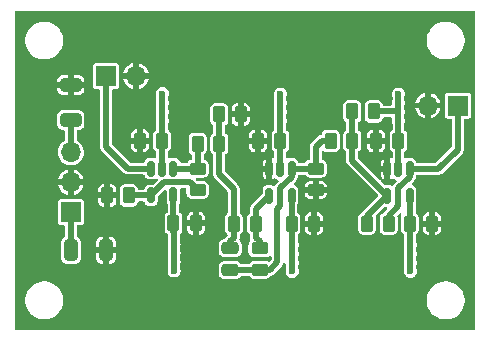
<source format=gbr>
%TF.GenerationSoftware,KiCad,Pcbnew,8.0.0*%
%TF.CreationDate,2024-11-11T15:40:06+01:00*%
%TF.ProjectId,test_amplifier_board,74657374-5f61-46d7-906c-69666965725f,rev?*%
%TF.SameCoordinates,Original*%
%TF.FileFunction,Copper,L1,Top*%
%TF.FilePolarity,Positive*%
%FSLAX46Y46*%
G04 Gerber Fmt 4.6, Leading zero omitted, Abs format (unit mm)*
G04 Created by KiCad (PCBNEW 8.0.0) date 2024-11-11 15:40:06*
%MOMM*%
%LPD*%
G01*
G04 APERTURE LIST*
G04 Aperture macros list*
%AMRoundRect*
0 Rectangle with rounded corners*
0 $1 Rounding radius*
0 $2 $3 $4 $5 $6 $7 $8 $9 X,Y pos of 4 corners*
0 Add a 4 corners polygon primitive as box body*
4,1,4,$2,$3,$4,$5,$6,$7,$8,$9,$2,$3,0*
0 Add four circle primitives for the rounded corners*
1,1,$1+$1,$2,$3*
1,1,$1+$1,$4,$5*
1,1,$1+$1,$6,$7*
1,1,$1+$1,$8,$9*
0 Add four rect primitives between the rounded corners*
20,1,$1+$1,$2,$3,$4,$5,0*
20,1,$1+$1,$4,$5,$6,$7,0*
20,1,$1+$1,$6,$7,$8,$9,0*
20,1,$1+$1,$8,$9,$2,$3,0*%
G04 Aperture macros list end*
%TA.AperFunction,SMDPad,CuDef*%
%ADD10RoundRect,0.250000X0.450000X-0.262500X0.450000X0.262500X-0.450000X0.262500X-0.450000X-0.262500X0*%
%TD*%
%TA.AperFunction,SMDPad,CuDef*%
%ADD11RoundRect,0.250000X-0.250000X-0.475000X0.250000X-0.475000X0.250000X0.475000X-0.250000X0.475000X0*%
%TD*%
%TA.AperFunction,SMDPad,CuDef*%
%ADD12RoundRect,0.250000X-0.262500X-0.450000X0.262500X-0.450000X0.262500X0.450000X-0.262500X0.450000X0*%
%TD*%
%TA.AperFunction,SMDPad,CuDef*%
%ADD13RoundRect,0.250000X0.250000X0.475000X-0.250000X0.475000X-0.250000X-0.475000X0.250000X-0.475000X0*%
%TD*%
%TA.AperFunction,SMDPad,CuDef*%
%ADD14RoundRect,0.250000X0.262500X0.450000X-0.262500X0.450000X-0.262500X-0.450000X0.262500X-0.450000X0*%
%TD*%
%TA.AperFunction,SMDPad,CuDef*%
%ADD15RoundRect,0.150000X-0.150000X0.512500X-0.150000X-0.512500X0.150000X-0.512500X0.150000X0.512500X0*%
%TD*%
%TA.AperFunction,ComponentPad*%
%ADD16R,1.700000X1.700000*%
%TD*%
%TA.AperFunction,ComponentPad*%
%ADD17O,1.700000X1.700000*%
%TD*%
%TA.AperFunction,SMDPad,CuDef*%
%ADD18RoundRect,0.250000X0.475000X-0.250000X0.475000X0.250000X-0.475000X0.250000X-0.475000X-0.250000X0*%
%TD*%
%TA.AperFunction,SMDPad,CuDef*%
%ADD19RoundRect,0.250000X0.650000X-0.325000X0.650000X0.325000X-0.650000X0.325000X-0.650000X-0.325000X0*%
%TD*%
%TA.AperFunction,SMDPad,CuDef*%
%ADD20RoundRect,0.250000X-0.325000X-0.650000X0.325000X-0.650000X0.325000X0.650000X-0.325000X0.650000X0*%
%TD*%
%TA.AperFunction,SMDPad,CuDef*%
%ADD21RoundRect,0.250000X-0.450000X0.262500X-0.450000X-0.262500X0.450000X-0.262500X0.450000X0.262500X0*%
%TD*%
%TA.AperFunction,ViaPad*%
%ADD22C,0.600000*%
%TD*%
%TA.AperFunction,Conductor*%
%ADD23C,0.500000*%
%TD*%
G04 APERTURE END LIST*
D10*
%TO.P,R5,1*%
%TO.N,Net-(C3-Pad1)*%
X121250000Y-122412500D03*
%TO.P,R5,2*%
%TO.N,Net-(U2--)*%
X121250000Y-120587500D03*
%TD*%
D11*
%TO.P,C1,1*%
%TO.N,+15V*%
X113950000Y-118475000D03*
%TO.P,C1,2*%
%TO.N,GND*%
X115850000Y-118475000D03*
%TD*%
D12*
%TO.P,R1,1*%
%TO.N,GND*%
X108337500Y-116112500D03*
%TO.P,R1,2*%
%TO.N,Net-(U1--)*%
X110162500Y-116112500D03*
%TD*%
D13*
%TO.P,C6,1*%
%TO.N,GND*%
X125850000Y-118500000D03*
%TO.P,C6,2*%
%TO.N,+15V*%
X123950000Y-118500000D03*
%TD*%
D11*
%TO.P,C2,1*%
%TO.N,GND*%
X111100000Y-111475000D03*
%TO.P,C2,2*%
%TO.N,-15V*%
X113000000Y-111475000D03*
%TD*%
D14*
%TO.P,R9,1*%
%TO.N,AMP_OUT*%
X132162500Y-118500000D03*
%TO.P,R9,2*%
%TO.N,Net-(U3--)*%
X130337500Y-118500000D03*
%TD*%
D15*
%TO.P,U3,1*%
%TO.N,AMP_OUT*%
X133950000Y-113862500D03*
%TO.P,U3,2,V-*%
%TO.N,-15V*%
X133000000Y-113862500D03*
%TO.P,U3,3,+*%
%TO.N,GND*%
X132050000Y-113862500D03*
%TO.P,U3,4,-*%
%TO.N,Net-(U3--)*%
X132050000Y-116137500D03*
%TO.P,U3,5,V+*%
%TO.N,+15V*%
X133950000Y-116137500D03*
%TD*%
D16*
%TO.P,J1,1,Pin_1*%
%TO.N,+15V*%
X105250000Y-117525000D03*
D17*
%TO.P,J1,2,Pin_2*%
%TO.N,GND*%
X105250000Y-114985000D03*
%TO.P,J1,3,Pin_3*%
%TO.N,-15V*%
X105250000Y-112445000D03*
%TD*%
D18*
%TO.P,C3,1*%
%TO.N,Net-(C3-Pad1)*%
X118750000Y-122450000D03*
%TO.P,C3,2*%
%TO.N,Net-(C3-Pad2)*%
X118750000Y-120550000D03*
%TD*%
D19*
%TO.P,C10,1*%
%TO.N,-15V*%
X105250000Y-109725000D03*
%TO.P,C10,2*%
%TO.N,GND*%
X105250000Y-106775000D03*
%TD*%
D13*
%TO.P,C4,1*%
%TO.N,Net-(U2--)*%
X120950000Y-118500000D03*
%TO.P,C4,2*%
%TO.N,Net-(C3-Pad2)*%
X119050000Y-118500000D03*
%TD*%
D14*
%TO.P,R3,1*%
%TO.N,Net-(C3-Pad2)*%
X117825000Y-111750000D03*
%TO.P,R3,2*%
%TO.N,Net-(R2-Pad2)*%
X116000000Y-111750000D03*
%TD*%
D13*
%TO.P,C8,1*%
%TO.N,GND*%
X135850000Y-118500000D03*
%TO.P,C8,2*%
%TO.N,+15V*%
X133950000Y-118500000D03*
%TD*%
D16*
%TO.P,J2,1,Pin_1*%
%TO.N,AMP_IN*%
X108225000Y-106000000D03*
D17*
%TO.P,J2,2,Pin_2*%
%TO.N,GND*%
X110765000Y-106000000D03*
%TD*%
D10*
%TO.P,R2,1*%
%TO.N,Net-(U1--)*%
X116000000Y-115662500D03*
%TO.P,R2,2*%
%TO.N,Net-(R2-Pad2)*%
X116000000Y-113837500D03*
%TD*%
D15*
%TO.P,U1,1*%
%TO.N,Net-(R2-Pad2)*%
X113950000Y-113837500D03*
%TO.P,U1,2,V-*%
%TO.N,-15V*%
X113000000Y-113837500D03*
%TO.P,U1,3,+*%
%TO.N,AMP_IN*%
X112050000Y-113837500D03*
%TO.P,U1,4,-*%
%TO.N,Net-(U1--)*%
X112050000Y-116112500D03*
%TO.P,U1,5,V+*%
%TO.N,+15V*%
X113950000Y-116112500D03*
%TD*%
D12*
%TO.P,R7,1*%
%TO.N,Net-(C3-Pad1)*%
X127262500Y-111500000D03*
%TO.P,R7,2*%
%TO.N,Net-(U3--)*%
X129087500Y-111500000D03*
%TD*%
D13*
%TO.P,C7,1*%
%TO.N,-15V*%
X133000000Y-111500000D03*
%TO.P,C7,2*%
%TO.N,GND*%
X131100000Y-111500000D03*
%TD*%
D14*
%TO.P,R8,1*%
%TO.N,-15V*%
X130912500Y-109000000D03*
%TO.P,R8,2*%
%TO.N,Net-(U3--)*%
X129087500Y-109000000D03*
%TD*%
D20*
%TO.P,C9,1*%
%TO.N,+15V*%
X105275000Y-120750000D03*
%TO.P,C9,2*%
%TO.N,GND*%
X108225000Y-120750000D03*
%TD*%
D15*
%TO.P,U2,1*%
%TO.N,Net-(C3-Pad1)*%
X123950000Y-113862500D03*
%TO.P,U2,2,V-*%
%TO.N,-15V*%
X123000000Y-113862500D03*
%TO.P,U2,3,+*%
%TO.N,GND*%
X122050000Y-113862500D03*
%TO.P,U2,4,-*%
%TO.N,Net-(U2--)*%
X122050000Y-116137500D03*
%TO.P,U2,5,V+*%
%TO.N,+15V*%
X123950000Y-116137500D03*
%TD*%
D16*
%TO.P,J3,1,Pin_1*%
%TO.N,AMP_OUT*%
X138025000Y-108500000D03*
D17*
%TO.P,J3,2,Pin_2*%
%TO.N,GND*%
X135485000Y-108500000D03*
%TD*%
D21*
%TO.P,R6,1*%
%TO.N,Net-(C3-Pad1)*%
X126000000Y-113837500D03*
%TO.P,R6,2*%
%TO.N,GND*%
X126000000Y-115662500D03*
%TD*%
D12*
%TO.P,R4,1*%
%TO.N,Net-(C3-Pad2)*%
X117825000Y-109250000D03*
%TO.P,R4,2*%
%TO.N,GND*%
X119650000Y-109250000D03*
%TD*%
D13*
%TO.P,C5,1*%
%TO.N,-15V*%
X123000000Y-111500000D03*
%TO.P,C5,2*%
%TO.N,GND*%
X121100000Y-111500000D03*
%TD*%
D22*
%TO.N,+15V*%
X124000000Y-121025000D03*
X134000000Y-122525000D03*
X124000000Y-122525000D03*
X114000000Y-121750000D03*
X124000000Y-121775000D03*
X134000000Y-120275000D03*
X124000000Y-120275000D03*
X114000000Y-122500000D03*
X114000000Y-120250000D03*
X134000000Y-121025000D03*
X134000000Y-121775000D03*
X114000000Y-121000000D03*
%TO.N,-15V*%
X133000000Y-109000000D03*
X113000000Y-107500000D03*
X113000000Y-109750000D03*
X123000000Y-108275000D03*
X123000000Y-107525000D03*
X123000000Y-109775000D03*
X133000000Y-108275000D03*
X123000000Y-109025000D03*
X113000000Y-109000000D03*
X113000000Y-108250000D03*
X133000000Y-109775000D03*
X133000000Y-107525000D03*
%TD*%
D23*
%TO.N,+15V*%
X123950000Y-118500000D02*
X123950000Y-119225000D01*
X123950000Y-119225000D02*
X124000000Y-119275000D01*
X124000000Y-121775000D02*
X124000000Y-122525000D01*
X113950000Y-118475000D02*
X113950000Y-119200000D01*
X134000000Y-119275000D02*
X134000000Y-120275000D01*
X134000000Y-121775000D02*
X134000000Y-122525000D01*
X124000000Y-119275000D02*
X124000000Y-120275000D01*
X133950000Y-119225000D02*
X134000000Y-119275000D01*
X114000000Y-119250000D02*
X114000000Y-120250000D01*
X124000000Y-120275000D02*
X124000000Y-121025000D01*
X134000000Y-121025000D02*
X134000000Y-121775000D01*
X105250000Y-120725000D02*
X105275000Y-120750000D01*
X124000000Y-121025000D02*
X124000000Y-121775000D01*
X114000000Y-121000000D02*
X114000000Y-121750000D01*
X105250000Y-117525000D02*
X105250000Y-120725000D01*
X133950000Y-116137500D02*
X133950000Y-118500000D01*
X134000000Y-120275000D02*
X134000000Y-121025000D01*
X113950000Y-116112500D02*
X113950000Y-118475000D01*
X114000000Y-121750000D02*
X114000000Y-122500000D01*
X113950000Y-119200000D02*
X114000000Y-119250000D01*
X123950000Y-116137500D02*
X123950000Y-118500000D01*
X114000000Y-120250000D02*
X114000000Y-121000000D01*
X133950000Y-118500000D02*
X133950000Y-119225000D01*
%TO.N,-15V*%
X123000000Y-109775000D02*
X123000000Y-109275000D01*
X123000000Y-111500000D02*
X123000000Y-109775000D01*
X133000000Y-109775000D02*
X133000000Y-109275000D01*
X133000000Y-109025000D02*
X133000000Y-108525000D01*
X133000000Y-111500000D02*
X133000000Y-109775000D01*
X133000000Y-108525000D02*
X133000000Y-107525000D01*
X133000000Y-109275000D02*
X133000000Y-109025000D01*
X113000000Y-108250000D02*
X113000000Y-108112500D01*
X113000000Y-108500000D02*
X113000000Y-107500000D01*
X113000000Y-111475000D02*
X113000000Y-109750000D01*
X113000000Y-109000000D02*
X113000000Y-108500000D01*
X123000000Y-108275000D02*
X123000000Y-108137500D01*
X133000000Y-108275000D02*
X133000000Y-108137500D01*
X133000000Y-113862500D02*
X133000000Y-111500000D01*
X113000000Y-109250000D02*
X113000000Y-109000000D01*
X123000000Y-109275000D02*
X123000000Y-109025000D01*
X105250000Y-112445000D02*
X105250000Y-109725000D01*
X123000000Y-108525000D02*
X123000000Y-107525000D01*
X123000000Y-109025000D02*
X123000000Y-108525000D01*
X113000000Y-113837500D02*
X113000000Y-111475000D01*
X133000000Y-108525000D02*
X133000000Y-108275000D01*
X113000000Y-108500000D02*
X113000000Y-108250000D01*
X113000000Y-109750000D02*
X113000000Y-109250000D01*
X123000000Y-113862500D02*
X123000000Y-111500000D01*
X123000000Y-108525000D02*
X123000000Y-108275000D01*
X130912500Y-109000000D02*
X133000000Y-109000000D01*
%TO.N,Net-(C3-Pad1)*%
X126500000Y-111500000D02*
X127262500Y-111500000D01*
X123000000Y-117000000D02*
X123000000Y-115500000D01*
X123950000Y-113862500D02*
X125975000Y-113862500D01*
X125975000Y-113862500D02*
X126000000Y-113837500D01*
X123000000Y-115500000D02*
X123950000Y-114550000D01*
X118787500Y-122412500D02*
X118750000Y-122450000D01*
X121250000Y-122412500D02*
X118787500Y-122412500D01*
X122750000Y-121750000D02*
X122750000Y-117250000D01*
X126000000Y-113837500D02*
X126000000Y-112000000D01*
X122750000Y-117250000D02*
X123000000Y-117000000D01*
X126000000Y-112000000D02*
X126500000Y-111500000D01*
X122087500Y-122412500D02*
X122750000Y-121750000D01*
X123950000Y-114550000D02*
X123950000Y-113862500D01*
X121250000Y-122412500D02*
X122087500Y-122412500D01*
%TO.N,Net-(C3-Pad2)*%
X119050000Y-115550000D02*
X117825000Y-114325000D01*
X117825000Y-114325000D02*
X117825000Y-111750000D01*
X119050000Y-118500000D02*
X119050000Y-115550000D01*
X118750000Y-120550000D02*
X118750000Y-120000000D01*
X119050000Y-119700000D02*
X119050000Y-118500000D01*
X118750000Y-120000000D02*
X119050000Y-119700000D01*
X117825000Y-109250000D02*
X117825000Y-111750000D01*
%TO.N,Net-(U2--)*%
X120950000Y-119700000D02*
X120950000Y-118500000D01*
X121250000Y-120000000D02*
X120950000Y-119700000D01*
X120950000Y-118500000D02*
X120950000Y-117237500D01*
X120950000Y-117237500D02*
X122050000Y-116137500D01*
X121250000Y-120587500D02*
X121250000Y-120000000D01*
%TO.N,Net-(U1--)*%
X115337500Y-115000000D02*
X116000000Y-115662500D01*
X112050000Y-116112500D02*
X113162500Y-115000000D01*
X112050000Y-116112500D02*
X110162500Y-116112500D01*
X113162500Y-115000000D02*
X115337500Y-115000000D01*
%TO.N,Net-(R2-Pad2)*%
X116000000Y-113837500D02*
X113950000Y-113837500D01*
X116000000Y-113837500D02*
X116000000Y-111750000D01*
%TO.N,Net-(U3--)*%
X132050000Y-116137500D02*
X129087500Y-113175000D01*
X130337500Y-118500000D02*
X130337500Y-117850000D01*
X129087500Y-113175000D02*
X129087500Y-111500000D01*
X129087500Y-109000000D02*
X129087500Y-111500000D01*
X130337500Y-117850000D02*
X132050000Y-116137500D01*
%TO.N,AMP_OUT*%
X136387500Y-113862500D02*
X133950000Y-113862500D01*
X132162500Y-117837500D02*
X133000000Y-117000000D01*
X133000000Y-117000000D02*
X133000000Y-115500000D01*
X133000000Y-115500000D02*
X133950000Y-114550000D01*
X138025000Y-108500000D02*
X138025000Y-112225000D01*
X138025000Y-112225000D02*
X136387500Y-113862500D01*
X132162500Y-118500000D02*
X132162500Y-117837500D01*
X133950000Y-114550000D02*
X133950000Y-113862500D01*
%TO.N,AMP_IN*%
X110087500Y-113837500D02*
X112050000Y-113837500D01*
X108225000Y-111975000D02*
X110087500Y-113837500D01*
X108225000Y-109000000D02*
X108225000Y-106000000D01*
X108225000Y-109000000D02*
X108225000Y-111975000D01*
%TD*%
%TA.AperFunction,Conductor*%
%TO.N,GND*%
G36*
X139442539Y-100520185D02*
G01*
X139488294Y-100572989D01*
X139499500Y-100624500D01*
X139499500Y-127375500D01*
X139479815Y-127442539D01*
X139427011Y-127488294D01*
X139375500Y-127499500D01*
X100624500Y-127499500D01*
X100557461Y-127479815D01*
X100511706Y-127427011D01*
X100500500Y-127375500D01*
X100500500Y-125125961D01*
X101399500Y-125125961D01*
X101438910Y-125374785D01*
X101516760Y-125614383D01*
X101631132Y-125838848D01*
X101779201Y-126042649D01*
X101779205Y-126042654D01*
X101957345Y-126220794D01*
X101957350Y-126220798D01*
X102135117Y-126349952D01*
X102161155Y-126368870D01*
X102304184Y-126441747D01*
X102385616Y-126483239D01*
X102385618Y-126483239D01*
X102385621Y-126483241D01*
X102625215Y-126561090D01*
X102874038Y-126600500D01*
X102874039Y-126600500D01*
X103125961Y-126600500D01*
X103125962Y-126600500D01*
X103374785Y-126561090D01*
X103614379Y-126483241D01*
X103838845Y-126368870D01*
X104042656Y-126220793D01*
X104220793Y-126042656D01*
X104368870Y-125838845D01*
X104483241Y-125614379D01*
X104561090Y-125374785D01*
X104600500Y-125125962D01*
X104600500Y-125125961D01*
X135399500Y-125125961D01*
X135438910Y-125374785D01*
X135516760Y-125614383D01*
X135631132Y-125838848D01*
X135779201Y-126042649D01*
X135779205Y-126042654D01*
X135957345Y-126220794D01*
X135957350Y-126220798D01*
X136135117Y-126349952D01*
X136161155Y-126368870D01*
X136304184Y-126441747D01*
X136385616Y-126483239D01*
X136385618Y-126483239D01*
X136385621Y-126483241D01*
X136625215Y-126561090D01*
X136874038Y-126600500D01*
X136874039Y-126600500D01*
X137125961Y-126600500D01*
X137125962Y-126600500D01*
X137374785Y-126561090D01*
X137614379Y-126483241D01*
X137838845Y-126368870D01*
X138042656Y-126220793D01*
X138220793Y-126042656D01*
X138368870Y-125838845D01*
X138483241Y-125614379D01*
X138561090Y-125374785D01*
X138600500Y-125125962D01*
X138600500Y-124874038D01*
X138561090Y-124625215D01*
X138483241Y-124385621D01*
X138483239Y-124385618D01*
X138483239Y-124385616D01*
X138441747Y-124304184D01*
X138368870Y-124161155D01*
X138349952Y-124135117D01*
X138220798Y-123957350D01*
X138220794Y-123957345D01*
X138042654Y-123779205D01*
X138042649Y-123779201D01*
X137838848Y-123631132D01*
X137838847Y-123631131D01*
X137838845Y-123631130D01*
X137768747Y-123595413D01*
X137614383Y-123516760D01*
X137374785Y-123438910D01*
X137125962Y-123399500D01*
X136874038Y-123399500D01*
X136749626Y-123419205D01*
X136625214Y-123438910D01*
X136385616Y-123516760D01*
X136161151Y-123631132D01*
X135957350Y-123779201D01*
X135957345Y-123779205D01*
X135779205Y-123957345D01*
X135779201Y-123957350D01*
X135631132Y-124161151D01*
X135516760Y-124385616D01*
X135438910Y-124625214D01*
X135399500Y-124874038D01*
X135399500Y-125125961D01*
X104600500Y-125125961D01*
X104600500Y-124874038D01*
X104561090Y-124625215D01*
X104483241Y-124385621D01*
X104483239Y-124385618D01*
X104483239Y-124385616D01*
X104441747Y-124304184D01*
X104368870Y-124161155D01*
X104349952Y-124135117D01*
X104220798Y-123957350D01*
X104220794Y-123957345D01*
X104042654Y-123779205D01*
X104042649Y-123779201D01*
X103838848Y-123631132D01*
X103838847Y-123631131D01*
X103838845Y-123631130D01*
X103768747Y-123595413D01*
X103614383Y-123516760D01*
X103374785Y-123438910D01*
X103125962Y-123399500D01*
X102874038Y-123399500D01*
X102749626Y-123419205D01*
X102625214Y-123438910D01*
X102385616Y-123516760D01*
X102161151Y-123631132D01*
X101957350Y-123779201D01*
X101957345Y-123779205D01*
X101779205Y-123957345D01*
X101779201Y-123957350D01*
X101631132Y-124161151D01*
X101516760Y-124385616D01*
X101438910Y-124625214D01*
X101399500Y-124874038D01*
X101399500Y-125125961D01*
X100500500Y-125125961D01*
X100500500Y-118399678D01*
X104149500Y-118399678D01*
X104164032Y-118472735D01*
X104164033Y-118472739D01*
X104164034Y-118472740D01*
X104219399Y-118555601D01*
X104302260Y-118610966D01*
X104302264Y-118610967D01*
X104375321Y-118625499D01*
X104375324Y-118625500D01*
X104375326Y-118625500D01*
X104625500Y-118625500D01*
X104692539Y-118645185D01*
X104738294Y-118697989D01*
X104749500Y-118749500D01*
X104749500Y-119562819D01*
X104729815Y-119629858D01*
X104699812Y-119662085D01*
X104592452Y-119742455D01*
X104506206Y-119857664D01*
X104506202Y-119857671D01*
X104455908Y-119992517D01*
X104452681Y-120022538D01*
X104449501Y-120052123D01*
X104449500Y-120052135D01*
X104449500Y-121447870D01*
X104449501Y-121447876D01*
X104455908Y-121507483D01*
X104506202Y-121642328D01*
X104506206Y-121642335D01*
X104592452Y-121757544D01*
X104592455Y-121757547D01*
X104707664Y-121843793D01*
X104707671Y-121843797D01*
X104742709Y-121856865D01*
X104842517Y-121894091D01*
X104902127Y-121900500D01*
X105647872Y-121900499D01*
X105707483Y-121894091D01*
X105842331Y-121843796D01*
X105957546Y-121757546D01*
X106043796Y-121642331D01*
X106094091Y-121507483D01*
X106100500Y-121447873D01*
X106100500Y-121000000D01*
X107400000Y-121000000D01*
X107400000Y-121447844D01*
X107406401Y-121507372D01*
X107406403Y-121507379D01*
X107456645Y-121642086D01*
X107456649Y-121642093D01*
X107542809Y-121757187D01*
X107542812Y-121757190D01*
X107657906Y-121843350D01*
X107657913Y-121843354D01*
X107792620Y-121893596D01*
X107792627Y-121893598D01*
X107852155Y-121899999D01*
X107852172Y-121900000D01*
X107975000Y-121900000D01*
X107975000Y-121000000D01*
X108475000Y-121000000D01*
X108475000Y-121900000D01*
X108597828Y-121900000D01*
X108597844Y-121899999D01*
X108657372Y-121893598D01*
X108657379Y-121893596D01*
X108792086Y-121843354D01*
X108792093Y-121843350D01*
X108907187Y-121757190D01*
X108907190Y-121757187D01*
X108993350Y-121642093D01*
X108993354Y-121642086D01*
X109043596Y-121507379D01*
X109043598Y-121507372D01*
X109049999Y-121447844D01*
X109050000Y-121447827D01*
X109050000Y-121000000D01*
X108475000Y-121000000D01*
X107975000Y-121000000D01*
X107400000Y-121000000D01*
X106100500Y-121000000D01*
X106100499Y-120500000D01*
X107400000Y-120500000D01*
X107975000Y-120500000D01*
X107975000Y-119600000D01*
X108475000Y-119600000D01*
X108475000Y-120500000D01*
X109050000Y-120500000D01*
X109050000Y-120052172D01*
X109049999Y-120052155D01*
X109043598Y-119992627D01*
X109043596Y-119992620D01*
X108993354Y-119857913D01*
X108993350Y-119857906D01*
X108907190Y-119742812D01*
X108907187Y-119742809D01*
X108792093Y-119656649D01*
X108792086Y-119656645D01*
X108657379Y-119606403D01*
X108657372Y-119606401D01*
X108597844Y-119600000D01*
X108475000Y-119600000D01*
X107975000Y-119600000D01*
X107852155Y-119600000D01*
X107792627Y-119606401D01*
X107792620Y-119606403D01*
X107657913Y-119656645D01*
X107657906Y-119656649D01*
X107542812Y-119742809D01*
X107542809Y-119742812D01*
X107456649Y-119857906D01*
X107456645Y-119857913D01*
X107406403Y-119992620D01*
X107406401Y-119992627D01*
X107400000Y-120052155D01*
X107400000Y-120500000D01*
X106100499Y-120500000D01*
X106100499Y-120052128D01*
X106094091Y-119992517D01*
X106091722Y-119986166D01*
X106043797Y-119857671D01*
X106043793Y-119857664D01*
X105957547Y-119742455D01*
X105957544Y-119742452D01*
X105842335Y-119656206D01*
X105842332Y-119656205D01*
X105842331Y-119656204D01*
X105831161Y-119652038D01*
X105775231Y-119610166D01*
X105750816Y-119544701D01*
X105750500Y-119535858D01*
X105750500Y-118749500D01*
X105770185Y-118682461D01*
X105822989Y-118636706D01*
X105874500Y-118625500D01*
X106124676Y-118625500D01*
X106124677Y-118625499D01*
X106197740Y-118610966D01*
X106280601Y-118555601D01*
X106335966Y-118472740D01*
X106350500Y-118399674D01*
X106350500Y-116650326D01*
X106350500Y-116650323D01*
X106350499Y-116650321D01*
X106335967Y-116577264D01*
X106335966Y-116577260D01*
X106280601Y-116494399D01*
X106197740Y-116439034D01*
X106197739Y-116439033D01*
X106197735Y-116439032D01*
X106124677Y-116424500D01*
X106124674Y-116424500D01*
X104375326Y-116424500D01*
X104375323Y-116424500D01*
X104302264Y-116439032D01*
X104302260Y-116439033D01*
X104219399Y-116494399D01*
X104164033Y-116577260D01*
X104164032Y-116577264D01*
X104149500Y-116650321D01*
X104149500Y-118399678D01*
X100500500Y-118399678D01*
X100500500Y-116362500D01*
X107575000Y-116362500D01*
X107575000Y-116610344D01*
X107581401Y-116669872D01*
X107581403Y-116669879D01*
X107631645Y-116804586D01*
X107631649Y-116804593D01*
X107717809Y-116919687D01*
X107717812Y-116919690D01*
X107832906Y-117005850D01*
X107832913Y-117005854D01*
X107967620Y-117056096D01*
X107967627Y-117056098D01*
X108027155Y-117062499D01*
X108027172Y-117062500D01*
X108087500Y-117062500D01*
X108087500Y-116362500D01*
X108587500Y-116362500D01*
X108587500Y-117062500D01*
X108647828Y-117062500D01*
X108647844Y-117062499D01*
X108707372Y-117056098D01*
X108707379Y-117056096D01*
X108842086Y-117005854D01*
X108842093Y-117005850D01*
X108957187Y-116919690D01*
X108957190Y-116919687D01*
X109043350Y-116804593D01*
X109043354Y-116804586D01*
X109093596Y-116669879D01*
X109093598Y-116669872D01*
X109099999Y-116610344D01*
X109100000Y-116610327D01*
X109100000Y-116362500D01*
X108587500Y-116362500D01*
X108087500Y-116362500D01*
X107575000Y-116362500D01*
X100500500Y-116362500D01*
X100500500Y-114734999D01*
X104177471Y-114734999D01*
X104177472Y-114735000D01*
X104816988Y-114735000D01*
X104784075Y-114792007D01*
X104750000Y-114919174D01*
X104750000Y-115050826D01*
X104784075Y-115177993D01*
X104816988Y-115235000D01*
X104177472Y-115235000D01*
X104219885Y-115384065D01*
X104219890Y-115384078D01*
X104310754Y-115566556D01*
X104433608Y-115729242D01*
X104584260Y-115866578D01*
X104757584Y-115973897D01*
X104947678Y-116047539D01*
X105000000Y-116057320D01*
X105000000Y-115418012D01*
X105057007Y-115450925D01*
X105184174Y-115485000D01*
X105315826Y-115485000D01*
X105442993Y-115450925D01*
X105500000Y-115418012D01*
X105500000Y-116057320D01*
X105552321Y-116047539D01*
X105742415Y-115973897D01*
X105915739Y-115866578D01*
X105920212Y-115862500D01*
X107575000Y-115862500D01*
X108087500Y-115862500D01*
X108087500Y-115162500D01*
X108587500Y-115162500D01*
X108587500Y-115862500D01*
X109100000Y-115862500D01*
X109100000Y-115614672D01*
X109099999Y-115614655D01*
X109093598Y-115555127D01*
X109093596Y-115555120D01*
X109043354Y-115420413D01*
X109043350Y-115420406D01*
X108957190Y-115305312D01*
X108957187Y-115305309D01*
X108842093Y-115219149D01*
X108842086Y-115219145D01*
X108707379Y-115168903D01*
X108707372Y-115168901D01*
X108647844Y-115162500D01*
X108587500Y-115162500D01*
X108087500Y-115162500D01*
X108027155Y-115162500D01*
X107967627Y-115168901D01*
X107967620Y-115168903D01*
X107832913Y-115219145D01*
X107832906Y-115219149D01*
X107717812Y-115305309D01*
X107717809Y-115305312D01*
X107631649Y-115420406D01*
X107631645Y-115420413D01*
X107581403Y-115555120D01*
X107581401Y-115555127D01*
X107575000Y-115614655D01*
X107575000Y-115862500D01*
X105920212Y-115862500D01*
X106066391Y-115729242D01*
X106189245Y-115566556D01*
X106280109Y-115384078D01*
X106280114Y-115384065D01*
X106322528Y-115235000D01*
X105683012Y-115235000D01*
X105715925Y-115177993D01*
X105750000Y-115050826D01*
X105750000Y-114919174D01*
X105715925Y-114792007D01*
X105683012Y-114735000D01*
X106322528Y-114735000D01*
X106322528Y-114734999D01*
X106280114Y-114585934D01*
X106280109Y-114585921D01*
X106189245Y-114403443D01*
X106066391Y-114240757D01*
X105915739Y-114103421D01*
X105742413Y-113996101D01*
X105552315Y-113922458D01*
X105552309Y-113922456D01*
X105500001Y-113912677D01*
X105500000Y-113912679D01*
X105500000Y-114551988D01*
X105442993Y-114519075D01*
X105315826Y-114485000D01*
X105184174Y-114485000D01*
X105057007Y-114519075D01*
X105000000Y-114551988D01*
X105000000Y-113912679D01*
X104999998Y-113912677D01*
X104947690Y-113922456D01*
X104947684Y-113922458D01*
X104757586Y-113996101D01*
X104584260Y-114103421D01*
X104433608Y-114240757D01*
X104310754Y-114403443D01*
X104219890Y-114585921D01*
X104219885Y-114585934D01*
X104177471Y-114734999D01*
X100500500Y-114734999D01*
X100500500Y-110097870D01*
X104099500Y-110097870D01*
X104099501Y-110097876D01*
X104105908Y-110157483D01*
X104156202Y-110292328D01*
X104156206Y-110292335D01*
X104242452Y-110407544D01*
X104242455Y-110407547D01*
X104357664Y-110493793D01*
X104357671Y-110493797D01*
X104374970Y-110500249D01*
X104492517Y-110544091D01*
X104552127Y-110550500D01*
X104625500Y-110550499D01*
X104692538Y-110570183D01*
X104738294Y-110622986D01*
X104749500Y-110674499D01*
X104749500Y-111391452D01*
X104729815Y-111458491D01*
X104690778Y-111496879D01*
X104583957Y-111563020D01*
X104433237Y-111700418D01*
X104310327Y-111863178D01*
X104219422Y-112045739D01*
X104219417Y-112045752D01*
X104163602Y-112241917D01*
X104144785Y-112444999D01*
X104144785Y-112445000D01*
X104163602Y-112648082D01*
X104219417Y-112844247D01*
X104219422Y-112844260D01*
X104310327Y-113026821D01*
X104433237Y-113189581D01*
X104583958Y-113326980D01*
X104583960Y-113326982D01*
X104650507Y-113368186D01*
X104757363Y-113434348D01*
X104947544Y-113508024D01*
X105148024Y-113545500D01*
X105148026Y-113545500D01*
X105351974Y-113545500D01*
X105351976Y-113545500D01*
X105552456Y-113508024D01*
X105742637Y-113434348D01*
X105916041Y-113326981D01*
X106066764Y-113189579D01*
X106189673Y-113026821D01*
X106280582Y-112844250D01*
X106336397Y-112648083D01*
X106355215Y-112445000D01*
X106352730Y-112418187D01*
X106336397Y-112241917D01*
X106326551Y-112207314D01*
X106280582Y-112045750D01*
X106269192Y-112022876D01*
X106212543Y-111909108D01*
X106189673Y-111863179D01*
X106085325Y-111725000D01*
X106066762Y-111700418D01*
X105916042Y-111563020D01*
X105916041Y-111563019D01*
X105809222Y-111496879D01*
X105762587Y-111444851D01*
X105750500Y-111391452D01*
X105750500Y-110674499D01*
X105770185Y-110607460D01*
X105822989Y-110561705D01*
X105874500Y-110550499D01*
X105947871Y-110550499D01*
X105947872Y-110550499D01*
X106007483Y-110544091D01*
X106142331Y-110493796D01*
X106257546Y-110407546D01*
X106343796Y-110292331D01*
X106394091Y-110157483D01*
X106400500Y-110097873D01*
X106400499Y-109352128D01*
X106394091Y-109292517D01*
X106380051Y-109254875D01*
X106343797Y-109157671D01*
X106343793Y-109157664D01*
X106257547Y-109042455D01*
X106257544Y-109042452D01*
X106142335Y-108956206D01*
X106142328Y-108956202D01*
X106007482Y-108905908D01*
X106007483Y-108905908D01*
X105947883Y-108899501D01*
X105947881Y-108899500D01*
X105947873Y-108899500D01*
X105947864Y-108899500D01*
X104552129Y-108899500D01*
X104552123Y-108899501D01*
X104492516Y-108905908D01*
X104357671Y-108956202D01*
X104357664Y-108956206D01*
X104242455Y-109042452D01*
X104242452Y-109042455D01*
X104156206Y-109157664D01*
X104156202Y-109157671D01*
X104119823Y-109255211D01*
X104105909Y-109292517D01*
X104099500Y-109352127D01*
X104099500Y-109352134D01*
X104099500Y-109352135D01*
X104099500Y-110097870D01*
X100500500Y-110097870D01*
X100500500Y-107025000D01*
X104100000Y-107025000D01*
X104100000Y-107147844D01*
X104106401Y-107207372D01*
X104106403Y-107207379D01*
X104156645Y-107342086D01*
X104156649Y-107342093D01*
X104242809Y-107457187D01*
X104242812Y-107457190D01*
X104357906Y-107543350D01*
X104357913Y-107543354D01*
X104492620Y-107593596D01*
X104492627Y-107593598D01*
X104552155Y-107599999D01*
X104552172Y-107600000D01*
X105000000Y-107600000D01*
X105000000Y-107025000D01*
X105500000Y-107025000D01*
X105500000Y-107600000D01*
X105947828Y-107600000D01*
X105947844Y-107599999D01*
X106007372Y-107593598D01*
X106007379Y-107593596D01*
X106142086Y-107543354D01*
X106142093Y-107543350D01*
X106257187Y-107457190D01*
X106257190Y-107457187D01*
X106343350Y-107342093D01*
X106343354Y-107342086D01*
X106393596Y-107207379D01*
X106393598Y-107207372D01*
X106399999Y-107147844D01*
X106400000Y-107147827D01*
X106400000Y-107025000D01*
X105500000Y-107025000D01*
X105000000Y-107025000D01*
X104100000Y-107025000D01*
X100500500Y-107025000D01*
X100500500Y-106874678D01*
X107124500Y-106874678D01*
X107139032Y-106947735D01*
X107139033Y-106947739D01*
X107153740Y-106969750D01*
X107194399Y-107030601D01*
X107256837Y-107072320D01*
X107277260Y-107085966D01*
X107277264Y-107085967D01*
X107350321Y-107100499D01*
X107350324Y-107100500D01*
X107350326Y-107100500D01*
X107600500Y-107100500D01*
X107667539Y-107120185D01*
X107713294Y-107172989D01*
X107724500Y-107224500D01*
X107724500Y-108934108D01*
X107724500Y-111909108D01*
X107724500Y-112040892D01*
X107735616Y-112082379D01*
X107758608Y-112168187D01*
X107786980Y-112217328D01*
X107824500Y-112282314D01*
X109780186Y-114238000D01*
X109894314Y-114303892D01*
X110021608Y-114338000D01*
X110153393Y-114338000D01*
X111386701Y-114338000D01*
X111453740Y-114357685D01*
X111499495Y-114410489D01*
X111509174Y-114442602D01*
X111514352Y-114475300D01*
X111514353Y-114475303D01*
X111514354Y-114475304D01*
X111571950Y-114588342D01*
X111571952Y-114588344D01*
X111571954Y-114588347D01*
X111661652Y-114678045D01*
X111661654Y-114678046D01*
X111661658Y-114678050D01*
X111773426Y-114734999D01*
X111774698Y-114735647D01*
X111868475Y-114750499D01*
X111868481Y-114750500D01*
X112231518Y-114750499D01*
X112325304Y-114735646D01*
X112430498Y-114682046D01*
X112499164Y-114669151D01*
X112563904Y-114695427D01*
X112604162Y-114752533D01*
X112607154Y-114822339D01*
X112574471Y-114880213D01*
X112291503Y-115163181D01*
X112230180Y-115196666D01*
X112203822Y-115199500D01*
X111868482Y-115199500D01*
X111787519Y-115212323D01*
X111774696Y-115214354D01*
X111661658Y-115271950D01*
X111661657Y-115271951D01*
X111661652Y-115271954D01*
X111571954Y-115361652D01*
X111571951Y-115361657D01*
X111571950Y-115361658D01*
X111560006Y-115385099D01*
X111514352Y-115474698D01*
X111514352Y-115474699D01*
X111509174Y-115507397D01*
X111479245Y-115570532D01*
X111419934Y-115607464D01*
X111386701Y-115612000D01*
X111026440Y-115612000D01*
X110959401Y-115592315D01*
X110913646Y-115539511D01*
X110910258Y-115531333D01*
X110868797Y-115420171D01*
X110868793Y-115420164D01*
X110782547Y-115304955D01*
X110782544Y-115304952D01*
X110667335Y-115218706D01*
X110667328Y-115218702D01*
X110532486Y-115168410D01*
X110532485Y-115168409D01*
X110532483Y-115168409D01*
X110472873Y-115162000D01*
X110472863Y-115162000D01*
X109852129Y-115162000D01*
X109852123Y-115162001D01*
X109792516Y-115168408D01*
X109657671Y-115218702D01*
X109657664Y-115218706D01*
X109542455Y-115304952D01*
X109542452Y-115304955D01*
X109456206Y-115420164D01*
X109456202Y-115420171D01*
X109405908Y-115555017D01*
X109399501Y-115614616D01*
X109399500Y-115614635D01*
X109399500Y-116610370D01*
X109399501Y-116610376D01*
X109405908Y-116669983D01*
X109456202Y-116804828D01*
X109456206Y-116804835D01*
X109542452Y-116920044D01*
X109542455Y-116920047D01*
X109657664Y-117006293D01*
X109657671Y-117006297D01*
X109702618Y-117023061D01*
X109792517Y-117056591D01*
X109852127Y-117063000D01*
X110472872Y-117062999D01*
X110532483Y-117056591D01*
X110667331Y-117006296D01*
X110782546Y-116920046D01*
X110868796Y-116804831D01*
X110889133Y-116750304D01*
X110910258Y-116693667D01*
X110952129Y-116637733D01*
X111017593Y-116613316D01*
X111026440Y-116613000D01*
X111386701Y-116613000D01*
X111453740Y-116632685D01*
X111499495Y-116685489D01*
X111509174Y-116717602D01*
X111514352Y-116750300D01*
X111514353Y-116750303D01*
X111514354Y-116750304D01*
X111571950Y-116863342D01*
X111571952Y-116863344D01*
X111571954Y-116863347D01*
X111661652Y-116953045D01*
X111661654Y-116953046D01*
X111661658Y-116953050D01*
X111765291Y-117005854D01*
X111774698Y-117010647D01*
X111868475Y-117025499D01*
X111868481Y-117025500D01*
X112231518Y-117025499D01*
X112325304Y-117010646D01*
X112438342Y-116953050D01*
X112528050Y-116863342D01*
X112585646Y-116750304D01*
X112585646Y-116750302D01*
X112585647Y-116750301D01*
X112596540Y-116681519D01*
X112600500Y-116656519D01*
X112600499Y-116321174D01*
X112620183Y-116254136D01*
X112636813Y-116233499D01*
X113187820Y-115682493D01*
X113249142Y-115649009D01*
X113318834Y-115653993D01*
X113374767Y-115695865D01*
X113399184Y-115761329D01*
X113399500Y-115770175D01*
X113399500Y-116656517D01*
X113401633Y-116669983D01*
X113414354Y-116750304D01*
X113427092Y-116775304D01*
X113435985Y-116792756D01*
X113449500Y-116849051D01*
X113449500Y-117500249D01*
X113429815Y-117567288D01*
X113399812Y-117599515D01*
X113342457Y-117642451D01*
X113342451Y-117642457D01*
X113256206Y-117757664D01*
X113256202Y-117757671D01*
X113205908Y-117892517D01*
X113203209Y-117917627D01*
X113199501Y-117952123D01*
X113199500Y-117952135D01*
X113199500Y-118997870D01*
X113199501Y-118997876D01*
X113205908Y-119057483D01*
X113256202Y-119192328D01*
X113256206Y-119192335D01*
X113325358Y-119284709D01*
X113342454Y-119307546D01*
X113449811Y-119387914D01*
X113491682Y-119443847D01*
X113499500Y-119487180D01*
X113499500Y-119995124D01*
X113490062Y-120042572D01*
X113473454Y-120082669D01*
X113463669Y-120106293D01*
X113444750Y-120249999D01*
X113444750Y-120250000D01*
X113463670Y-120393708D01*
X113463670Y-120393709D01*
X113490061Y-120457422D01*
X113499500Y-120504875D01*
X113499500Y-120745124D01*
X113490062Y-120792572D01*
X113470453Y-120839912D01*
X113463669Y-120856293D01*
X113444750Y-120999999D01*
X113444750Y-121000000D01*
X113463670Y-121143709D01*
X113488120Y-121202738D01*
X113490061Y-121207422D01*
X113499500Y-121254875D01*
X113499500Y-121495124D01*
X113490062Y-121542572D01*
X113474972Y-121579005D01*
X113463669Y-121606293D01*
X113444750Y-121749999D01*
X113444750Y-121750000D01*
X113463670Y-121893709D01*
X113466482Y-121900499D01*
X113490061Y-121957422D01*
X113499500Y-122004875D01*
X113499500Y-122245124D01*
X113490062Y-122292572D01*
X113470453Y-122339912D01*
X113463669Y-122356293D01*
X113444750Y-122499999D01*
X113444750Y-122500000D01*
X113463670Y-122643708D01*
X113463671Y-122643712D01*
X113519137Y-122777622D01*
X113519138Y-122777624D01*
X113519139Y-122777625D01*
X113607379Y-122892621D01*
X113722375Y-122980861D01*
X113856291Y-123036330D01*
X113983280Y-123053048D01*
X113999999Y-123055250D01*
X114000000Y-123055250D01*
X114000001Y-123055250D01*
X114014977Y-123053278D01*
X114143709Y-123036330D01*
X114277625Y-122980861D01*
X114392621Y-122892621D01*
X114480861Y-122777625D01*
X114493186Y-122747870D01*
X117774500Y-122747870D01*
X117774501Y-122747876D01*
X117780908Y-122807483D01*
X117831202Y-122942328D01*
X117831206Y-122942335D01*
X117917452Y-123057544D01*
X117917455Y-123057547D01*
X118032664Y-123143793D01*
X118032671Y-123143797D01*
X118167517Y-123194091D01*
X118167516Y-123194091D01*
X118174444Y-123194835D01*
X118227127Y-123200500D01*
X119272872Y-123200499D01*
X119332483Y-123194091D01*
X119467331Y-123143796D01*
X119582546Y-123057546D01*
X119621237Y-123005862D01*
X119653557Y-122962689D01*
X119709491Y-122920818D01*
X119752823Y-122913000D01*
X120290893Y-122913000D01*
X120357932Y-122932685D01*
X120390156Y-122962685D01*
X120442454Y-123032546D01*
X120442455Y-123032546D01*
X120442456Y-123032548D01*
X120557664Y-123118793D01*
X120557671Y-123118797D01*
X120692517Y-123169091D01*
X120692516Y-123169091D01*
X120699444Y-123169835D01*
X120752127Y-123175500D01*
X121747872Y-123175499D01*
X121807483Y-123169091D01*
X121942331Y-123118796D01*
X122057546Y-123032546D01*
X122119725Y-122949484D01*
X122175657Y-122907614D01*
X122186881Y-122904026D01*
X122280686Y-122878892D01*
X122394814Y-122813000D01*
X123150499Y-122057315D01*
X123158107Y-122044139D01*
X123216392Y-121943186D01*
X123223535Y-121916524D01*
X123259899Y-121856865D01*
X123322746Y-121826335D01*
X123392121Y-121834629D01*
X123446000Y-121879114D01*
X123463084Y-121916523D01*
X123463668Y-121918705D01*
X123463670Y-121918709D01*
X123479808Y-121957671D01*
X123490061Y-121982422D01*
X123499500Y-122029875D01*
X123499500Y-122270124D01*
X123490062Y-122317575D01*
X123463669Y-122381293D01*
X123448041Y-122500000D01*
X123444750Y-122525000D01*
X123460378Y-122643708D01*
X123463670Y-122668708D01*
X123463671Y-122668712D01*
X123519137Y-122802622D01*
X123519138Y-122802624D01*
X123519139Y-122802625D01*
X123607379Y-122917621D01*
X123722375Y-123005861D01*
X123856291Y-123061330D01*
X123983280Y-123078048D01*
X123999999Y-123080250D01*
X124000000Y-123080250D01*
X124000001Y-123080250D01*
X124014977Y-123078278D01*
X124143709Y-123061330D01*
X124277625Y-123005861D01*
X124392621Y-122917621D01*
X124480861Y-122802625D01*
X124536330Y-122668709D01*
X124555250Y-122525000D01*
X124551958Y-122499999D01*
X124536330Y-122381293D01*
X124536330Y-122381291D01*
X124509937Y-122317572D01*
X124500500Y-122270124D01*
X124500500Y-122029875D01*
X124509939Y-121982422D01*
X124510855Y-121980211D01*
X124536330Y-121918709D01*
X124555250Y-121775000D01*
X124551958Y-121749999D01*
X124545310Y-121699500D01*
X124536330Y-121631291D01*
X124509937Y-121567572D01*
X124500500Y-121520124D01*
X124500500Y-121279875D01*
X124509939Y-121232422D01*
X124510855Y-121230211D01*
X124536330Y-121168709D01*
X124555250Y-121025000D01*
X124551958Y-120999999D01*
X124538513Y-120897872D01*
X124536330Y-120881291D01*
X124509937Y-120817572D01*
X124500500Y-120770124D01*
X124500500Y-120529875D01*
X124509939Y-120482422D01*
X124510855Y-120480211D01*
X124536330Y-120418709D01*
X124555250Y-120275000D01*
X124551958Y-120249999D01*
X124544391Y-120192517D01*
X124536330Y-120131291D01*
X124509937Y-120067572D01*
X124500500Y-120020124D01*
X124500500Y-119437320D01*
X124520185Y-119370281D01*
X124550192Y-119338051D01*
X124557546Y-119332546D01*
X124643796Y-119217331D01*
X124694091Y-119082483D01*
X124700500Y-119022873D01*
X124700500Y-118750000D01*
X125100000Y-118750000D01*
X125100000Y-119022844D01*
X125106401Y-119082372D01*
X125106403Y-119082379D01*
X125156645Y-119217086D01*
X125156649Y-119217093D01*
X125242809Y-119332187D01*
X125242812Y-119332190D01*
X125357906Y-119418350D01*
X125357913Y-119418354D01*
X125492620Y-119468596D01*
X125492627Y-119468598D01*
X125552155Y-119474999D01*
X125552172Y-119475000D01*
X125600000Y-119475000D01*
X125600000Y-118750000D01*
X126100000Y-118750000D01*
X126100000Y-119475000D01*
X126147828Y-119475000D01*
X126147844Y-119474999D01*
X126207372Y-119468598D01*
X126207379Y-119468596D01*
X126342086Y-119418354D01*
X126342093Y-119418350D01*
X126457187Y-119332190D01*
X126457190Y-119332187D01*
X126543350Y-119217093D01*
X126543354Y-119217086D01*
X126593596Y-119082379D01*
X126593598Y-119082372D01*
X126599999Y-119022844D01*
X126600000Y-119022827D01*
X126600000Y-118750000D01*
X126100000Y-118750000D01*
X125600000Y-118750000D01*
X125100000Y-118750000D01*
X124700500Y-118750000D01*
X124700499Y-118250000D01*
X125100000Y-118250000D01*
X125600000Y-118250000D01*
X125600000Y-117525000D01*
X126100000Y-117525000D01*
X126100000Y-118250000D01*
X126600000Y-118250000D01*
X126600000Y-117977172D01*
X126599999Y-117977155D01*
X126593598Y-117917627D01*
X126593596Y-117917620D01*
X126543354Y-117782913D01*
X126543350Y-117782906D01*
X126457190Y-117667812D01*
X126457187Y-117667809D01*
X126342093Y-117581649D01*
X126342086Y-117581645D01*
X126207379Y-117531403D01*
X126207372Y-117531401D01*
X126147844Y-117525000D01*
X126100000Y-117525000D01*
X125600000Y-117525000D01*
X125552155Y-117525000D01*
X125492627Y-117531401D01*
X125492620Y-117531403D01*
X125357913Y-117581645D01*
X125357906Y-117581649D01*
X125242812Y-117667809D01*
X125242809Y-117667812D01*
X125156649Y-117782906D01*
X125156645Y-117782913D01*
X125106403Y-117917620D01*
X125106401Y-117917627D01*
X125100000Y-117977155D01*
X125100000Y-118250000D01*
X124700499Y-118250000D01*
X124700499Y-117977128D01*
X124694091Y-117917517D01*
X124684766Y-117892516D01*
X124643797Y-117782671D01*
X124643793Y-117782664D01*
X124576261Y-117692454D01*
X124557546Y-117667454D01*
X124524625Y-117642809D01*
X124500188Y-117624515D01*
X124458318Y-117568581D01*
X124450500Y-117525249D01*
X124450500Y-116874051D01*
X124464015Y-116817756D01*
X124470601Y-116804831D01*
X124485646Y-116775304D01*
X124485646Y-116775302D01*
X124485647Y-116775301D01*
X124500499Y-116681524D01*
X124500500Y-116681519D01*
X124500499Y-115912500D01*
X125050000Y-115912500D01*
X125050000Y-115972844D01*
X125056401Y-116032372D01*
X125056403Y-116032379D01*
X125106645Y-116167086D01*
X125106649Y-116167093D01*
X125192809Y-116282187D01*
X125192812Y-116282190D01*
X125307906Y-116368350D01*
X125307913Y-116368354D01*
X125442620Y-116418596D01*
X125442627Y-116418598D01*
X125502155Y-116424999D01*
X125502172Y-116425000D01*
X125750000Y-116425000D01*
X125750000Y-115912500D01*
X126250000Y-115912500D01*
X126250000Y-116425000D01*
X126497828Y-116425000D01*
X126497844Y-116424999D01*
X126557372Y-116418598D01*
X126557379Y-116418596D01*
X126692086Y-116368354D01*
X126692093Y-116368350D01*
X126807187Y-116282190D01*
X126807190Y-116282187D01*
X126893350Y-116167093D01*
X126893354Y-116167086D01*
X126943596Y-116032379D01*
X126943598Y-116032372D01*
X126949999Y-115972844D01*
X126950000Y-115972827D01*
X126950000Y-115912500D01*
X126250000Y-115912500D01*
X125750000Y-115912500D01*
X125050000Y-115912500D01*
X124500499Y-115912500D01*
X124500499Y-115593482D01*
X124485646Y-115499696D01*
X124441217Y-115412500D01*
X125050000Y-115412500D01*
X125750000Y-115412500D01*
X125750000Y-114900000D01*
X126250000Y-114900000D01*
X126250000Y-115412500D01*
X126950000Y-115412500D01*
X126950000Y-115352172D01*
X126949999Y-115352155D01*
X126943598Y-115292627D01*
X126943596Y-115292620D01*
X126893354Y-115157913D01*
X126893350Y-115157906D01*
X126807190Y-115042812D01*
X126807187Y-115042809D01*
X126692093Y-114956649D01*
X126692086Y-114956645D01*
X126557379Y-114906403D01*
X126557372Y-114906401D01*
X126497844Y-114900000D01*
X126250000Y-114900000D01*
X125750000Y-114900000D01*
X125502155Y-114900000D01*
X125442627Y-114906401D01*
X125442620Y-114906403D01*
X125307913Y-114956645D01*
X125307906Y-114956649D01*
X125192812Y-115042809D01*
X125192809Y-115042812D01*
X125106649Y-115157906D01*
X125106645Y-115157913D01*
X125056403Y-115292620D01*
X125056401Y-115292627D01*
X125050000Y-115352155D01*
X125050000Y-115412500D01*
X124441217Y-115412500D01*
X124428050Y-115386658D01*
X124428046Y-115386654D01*
X124428045Y-115386652D01*
X124338347Y-115296954D01*
X124338344Y-115296952D01*
X124338342Y-115296950D01*
X124260508Y-115257291D01*
X124225299Y-115239351D01*
X124223887Y-115238893D01*
X124222391Y-115237870D01*
X124216609Y-115234924D01*
X124216989Y-115234176D01*
X124166213Y-115199452D01*
X124139019Y-115135092D01*
X124150937Y-115066247D01*
X124174528Y-115033284D01*
X124350500Y-114857314D01*
X124416392Y-114743186D01*
X124450500Y-114615892D01*
X124450500Y-114599051D01*
X124464015Y-114542756D01*
X124485646Y-114500304D01*
X124485671Y-114500149D01*
X124490826Y-114467603D01*
X124520755Y-114404468D01*
X124580066Y-114367536D01*
X124613299Y-114363000D01*
X125059607Y-114363000D01*
X125126646Y-114382685D01*
X125158873Y-114412688D01*
X125192455Y-114457547D01*
X125307664Y-114543793D01*
X125307671Y-114543797D01*
X125442517Y-114594091D01*
X125442516Y-114594091D01*
X125449444Y-114594835D01*
X125502127Y-114600500D01*
X126497872Y-114600499D01*
X126557483Y-114594091D01*
X126692331Y-114543796D01*
X126807546Y-114457546D01*
X126893796Y-114342331D01*
X126944091Y-114207483D01*
X126950500Y-114147873D01*
X126950499Y-113527128D01*
X126944091Y-113467517D01*
X126931718Y-113434344D01*
X126893797Y-113332671D01*
X126893793Y-113332664D01*
X126807547Y-113217455D01*
X126807544Y-113217452D01*
X126692335Y-113131206D01*
X126692329Y-113131203D01*
X126581166Y-113089741D01*
X126525233Y-113047869D01*
X126500816Y-112982405D01*
X126500500Y-112973559D01*
X126500500Y-112449001D01*
X126520185Y-112381962D01*
X126572989Y-112336207D01*
X126642147Y-112326263D01*
X126698810Y-112349734D01*
X126757079Y-112393354D01*
X126757668Y-112393795D01*
X126757671Y-112393797D01*
X126791502Y-112406415D01*
X126892517Y-112444091D01*
X126952127Y-112450500D01*
X127572872Y-112450499D01*
X127632483Y-112444091D01*
X127767331Y-112393796D01*
X127882546Y-112307546D01*
X127968796Y-112192331D01*
X128019091Y-112057483D01*
X128025500Y-111997873D01*
X128025500Y-111997870D01*
X128324500Y-111997870D01*
X128324501Y-111997876D01*
X128330908Y-112057483D01*
X128381202Y-112192328D01*
X128381206Y-112192335D01*
X128467451Y-112307543D01*
X128467452Y-112307544D01*
X128467454Y-112307546D01*
X128537312Y-112359842D01*
X128579182Y-112415774D01*
X128587000Y-112459107D01*
X128587000Y-113240891D01*
X128621108Y-113368187D01*
X128654054Y-113425250D01*
X128687000Y-113482314D01*
X128687002Y-113482316D01*
X131254505Y-116049819D01*
X131287990Y-116111142D01*
X131283006Y-116180834D01*
X131254505Y-116225181D01*
X130030186Y-117449500D01*
X130002004Y-117477682D01*
X129937000Y-117542685D01*
X129932229Y-117548904D01*
X129877189Y-117589598D01*
X129832669Y-117606203D01*
X129832663Y-117606207D01*
X129717455Y-117692452D01*
X129717452Y-117692455D01*
X129631206Y-117807664D01*
X129631202Y-117807671D01*
X129580908Y-117942517D01*
X129577183Y-117977172D01*
X129574501Y-118002123D01*
X129574500Y-118002135D01*
X129574500Y-118997870D01*
X129574501Y-118997876D01*
X129580908Y-119057483D01*
X129631202Y-119192328D01*
X129631206Y-119192335D01*
X129717452Y-119307544D01*
X129717455Y-119307547D01*
X129832664Y-119393793D01*
X129832671Y-119393797D01*
X129845648Y-119398637D01*
X129967517Y-119444091D01*
X130027127Y-119450500D01*
X130647872Y-119450499D01*
X130707483Y-119444091D01*
X130842331Y-119393796D01*
X130957546Y-119307546D01*
X131043796Y-119192331D01*
X131094091Y-119057483D01*
X131100500Y-118997873D01*
X131100499Y-118002128D01*
X131094091Y-117942517D01*
X131083555Y-117914271D01*
X131078570Y-117844581D01*
X131112051Y-117783261D01*
X131327682Y-117567630D01*
X131389003Y-117534147D01*
X131389945Y-117534214D01*
X131406044Y-117491052D01*
X131417623Y-117477689D01*
X131808496Y-117086816D01*
X131869817Y-117053333D01*
X131896166Y-117050499D01*
X131942325Y-117050499D01*
X132009362Y-117070184D01*
X132055117Y-117122988D01*
X132065061Y-117192146D01*
X132036036Y-117255702D01*
X132030005Y-117262180D01*
X131984872Y-117307314D01*
X131855186Y-117437000D01*
X131814504Y-117477682D01*
X131761999Y-117530186D01*
X131761995Y-117530191D01*
X131756981Y-117538876D01*
X131706411Y-117587088D01*
X131692934Y-117593050D01*
X131657671Y-117606203D01*
X131657668Y-117606204D01*
X131579621Y-117664630D01*
X131531161Y-117682704D01*
X131524193Y-117714740D01*
X131514628Y-117729624D01*
X131456204Y-117807668D01*
X131456202Y-117807671D01*
X131405908Y-117942517D01*
X131402183Y-117977172D01*
X131399501Y-118002123D01*
X131399500Y-118002135D01*
X131399500Y-118997870D01*
X131399501Y-118997876D01*
X131405908Y-119057483D01*
X131456202Y-119192328D01*
X131456206Y-119192335D01*
X131542452Y-119307544D01*
X131542455Y-119307547D01*
X131657664Y-119393793D01*
X131657671Y-119393797D01*
X131670648Y-119398637D01*
X131792517Y-119444091D01*
X131852127Y-119450500D01*
X132472872Y-119450499D01*
X132532483Y-119444091D01*
X132667331Y-119393796D01*
X132782546Y-119307546D01*
X132868796Y-119192331D01*
X132919091Y-119057483D01*
X132925500Y-118997873D01*
X132925499Y-118002128D01*
X132919091Y-117942517D01*
X132909766Y-117917516D01*
X132905160Y-117905165D01*
X132900176Y-117835473D01*
X132933659Y-117774153D01*
X133050071Y-117657741D01*
X133111392Y-117624258D01*
X133181084Y-117629242D01*
X133237017Y-117671114D01*
X133261434Y-117736578D01*
X133253932Y-117788756D01*
X133205909Y-117917514D01*
X133205908Y-117917516D01*
X133199501Y-117977116D01*
X133199501Y-117977123D01*
X133199500Y-117977135D01*
X133199500Y-119022870D01*
X133199501Y-119022876D01*
X133205908Y-119082483D01*
X133256202Y-119217328D01*
X133256206Y-119217335D01*
X133323470Y-119307187D01*
X133342454Y-119332546D01*
X133449811Y-119412914D01*
X133491682Y-119468847D01*
X133499500Y-119512180D01*
X133499500Y-120020124D01*
X133490062Y-120067572D01*
X133483809Y-120082671D01*
X133463669Y-120131293D01*
X133448041Y-120250000D01*
X133444750Y-120275000D01*
X133463670Y-120418709D01*
X133479705Y-120457422D01*
X133490061Y-120482422D01*
X133499500Y-120529875D01*
X133499500Y-120770124D01*
X133490062Y-120817572D01*
X133477512Y-120847873D01*
X133463669Y-120881293D01*
X133448041Y-121000000D01*
X133444750Y-121025000D01*
X133463670Y-121168709D01*
X133479705Y-121207422D01*
X133490061Y-121232422D01*
X133499500Y-121279875D01*
X133499500Y-121520124D01*
X133490062Y-121567572D01*
X133474025Y-121606291D01*
X133463669Y-121631293D01*
X133447224Y-121756206D01*
X133444750Y-121775000D01*
X133463670Y-121918709D01*
X133479808Y-121957671D01*
X133490061Y-121982422D01*
X133499500Y-122029875D01*
X133499500Y-122270124D01*
X133490062Y-122317575D01*
X133463669Y-122381293D01*
X133448041Y-122500000D01*
X133444750Y-122525000D01*
X133460378Y-122643708D01*
X133463670Y-122668708D01*
X133463671Y-122668712D01*
X133519137Y-122802622D01*
X133519138Y-122802624D01*
X133519139Y-122802625D01*
X133607379Y-122917621D01*
X133722375Y-123005861D01*
X133856291Y-123061330D01*
X133983280Y-123078048D01*
X133999999Y-123080250D01*
X134000000Y-123080250D01*
X134000001Y-123080250D01*
X134014977Y-123078278D01*
X134143709Y-123061330D01*
X134277625Y-123005861D01*
X134392621Y-122917621D01*
X134480861Y-122802625D01*
X134536330Y-122668709D01*
X134555250Y-122525000D01*
X134551958Y-122499999D01*
X134536330Y-122381293D01*
X134536330Y-122381291D01*
X134509937Y-122317572D01*
X134500500Y-122270124D01*
X134500500Y-122029875D01*
X134509939Y-121982422D01*
X134510855Y-121980211D01*
X134536330Y-121918709D01*
X134555250Y-121775000D01*
X134551958Y-121749999D01*
X134545310Y-121699500D01*
X134536330Y-121631291D01*
X134509937Y-121567572D01*
X134500500Y-121520124D01*
X134500500Y-121279875D01*
X134509939Y-121232422D01*
X134510855Y-121230211D01*
X134536330Y-121168709D01*
X134555250Y-121025000D01*
X134551958Y-120999999D01*
X134538513Y-120897872D01*
X134536330Y-120881291D01*
X134509937Y-120817572D01*
X134500500Y-120770124D01*
X134500500Y-120529875D01*
X134509939Y-120482422D01*
X134510855Y-120480211D01*
X134536330Y-120418709D01*
X134555250Y-120275000D01*
X134551958Y-120249999D01*
X134544391Y-120192517D01*
X134536330Y-120131291D01*
X134509937Y-120067572D01*
X134500500Y-120020124D01*
X134500500Y-119437320D01*
X134520185Y-119370281D01*
X134550192Y-119338051D01*
X134557546Y-119332546D01*
X134643796Y-119217331D01*
X134694091Y-119082483D01*
X134700500Y-119022873D01*
X134700500Y-118750000D01*
X135100000Y-118750000D01*
X135100000Y-119022844D01*
X135106401Y-119082372D01*
X135106403Y-119082379D01*
X135156645Y-119217086D01*
X135156649Y-119217093D01*
X135242809Y-119332187D01*
X135242812Y-119332190D01*
X135357906Y-119418350D01*
X135357913Y-119418354D01*
X135492620Y-119468596D01*
X135492627Y-119468598D01*
X135552155Y-119474999D01*
X135552172Y-119475000D01*
X135600000Y-119475000D01*
X135600000Y-118750000D01*
X136100000Y-118750000D01*
X136100000Y-119475000D01*
X136147828Y-119475000D01*
X136147844Y-119474999D01*
X136207372Y-119468598D01*
X136207379Y-119468596D01*
X136342086Y-119418354D01*
X136342093Y-119418350D01*
X136457187Y-119332190D01*
X136457190Y-119332187D01*
X136543350Y-119217093D01*
X136543354Y-119217086D01*
X136593596Y-119082379D01*
X136593598Y-119082372D01*
X136599999Y-119022844D01*
X136600000Y-119022827D01*
X136600000Y-118750000D01*
X136100000Y-118750000D01*
X135600000Y-118750000D01*
X135100000Y-118750000D01*
X134700500Y-118750000D01*
X134700499Y-118250000D01*
X135100000Y-118250000D01*
X135600000Y-118250000D01*
X135600000Y-117525000D01*
X136100000Y-117525000D01*
X136100000Y-118250000D01*
X136600000Y-118250000D01*
X136600000Y-117977172D01*
X136599999Y-117977155D01*
X136593598Y-117917627D01*
X136593596Y-117917620D01*
X136543354Y-117782913D01*
X136543350Y-117782906D01*
X136457190Y-117667812D01*
X136457187Y-117667809D01*
X136342093Y-117581649D01*
X136342086Y-117581645D01*
X136207379Y-117531403D01*
X136207372Y-117531401D01*
X136147844Y-117525000D01*
X136100000Y-117525000D01*
X135600000Y-117525000D01*
X135552155Y-117525000D01*
X135492627Y-117531401D01*
X135492620Y-117531403D01*
X135357913Y-117581645D01*
X135357906Y-117581649D01*
X135242812Y-117667809D01*
X135242809Y-117667812D01*
X135156649Y-117782906D01*
X135156645Y-117782913D01*
X135106403Y-117917620D01*
X135106401Y-117917627D01*
X135100000Y-117977155D01*
X135100000Y-118250000D01*
X134700499Y-118250000D01*
X134700499Y-117977128D01*
X134694091Y-117917517D01*
X134684766Y-117892516D01*
X134643797Y-117782671D01*
X134643793Y-117782664D01*
X134576261Y-117692454D01*
X134557546Y-117667454D01*
X134524625Y-117642809D01*
X134500188Y-117624515D01*
X134458318Y-117568581D01*
X134450500Y-117525249D01*
X134450500Y-116874051D01*
X134464015Y-116817756D01*
X134470601Y-116804831D01*
X134485646Y-116775304D01*
X134485646Y-116775302D01*
X134485647Y-116775301D01*
X134500499Y-116681524D01*
X134500500Y-116681519D01*
X134500499Y-115593482D01*
X134485646Y-115499696D01*
X134428050Y-115386658D01*
X134428046Y-115386654D01*
X134428045Y-115386652D01*
X134338347Y-115296954D01*
X134338344Y-115296952D01*
X134338342Y-115296950D01*
X134260508Y-115257291D01*
X134225299Y-115239351D01*
X134223887Y-115238893D01*
X134222391Y-115237870D01*
X134216609Y-115234924D01*
X134216989Y-115234176D01*
X134166213Y-115199452D01*
X134139019Y-115135092D01*
X134150937Y-115066247D01*
X134174528Y-115033284D01*
X134350500Y-114857314D01*
X134416392Y-114743186D01*
X134450500Y-114615892D01*
X134450500Y-114599051D01*
X134464015Y-114542756D01*
X134485646Y-114500304D01*
X134485671Y-114500149D01*
X134490826Y-114467603D01*
X134520755Y-114404468D01*
X134580066Y-114367536D01*
X134613299Y-114363000D01*
X136453390Y-114363000D01*
X136453392Y-114363000D01*
X136580686Y-114328892D01*
X136694814Y-114263000D01*
X138425500Y-112532314D01*
X138491392Y-112418186D01*
X138525500Y-112290892D01*
X138525500Y-112159107D01*
X138525500Y-109724500D01*
X138545185Y-109657461D01*
X138597989Y-109611706D01*
X138649500Y-109600500D01*
X138899676Y-109600500D01*
X138899677Y-109600499D01*
X138972740Y-109585966D01*
X139055601Y-109530601D01*
X139110966Y-109447740D01*
X139125500Y-109374674D01*
X139125500Y-107625326D01*
X139125500Y-107625323D01*
X139125499Y-107625321D01*
X139110967Y-107552264D01*
X139110966Y-107552260D01*
X139105013Y-107543350D01*
X139055601Y-107469399D01*
X138972740Y-107414034D01*
X138972739Y-107414033D01*
X138972735Y-107414032D01*
X138899677Y-107399500D01*
X138899674Y-107399500D01*
X137150326Y-107399500D01*
X137150323Y-107399500D01*
X137077264Y-107414032D01*
X137077260Y-107414033D01*
X136994399Y-107469399D01*
X136939033Y-107552260D01*
X136939032Y-107552264D01*
X136924500Y-107625321D01*
X136924500Y-109374678D01*
X136939032Y-109447735D01*
X136939033Y-109447739D01*
X136939034Y-109447740D01*
X136994399Y-109530601D01*
X137070078Y-109581167D01*
X137077260Y-109585966D01*
X137077264Y-109585967D01*
X137150321Y-109600499D01*
X137150324Y-109600500D01*
X137150326Y-109600500D01*
X137400500Y-109600500D01*
X137467539Y-109620185D01*
X137513294Y-109672989D01*
X137524500Y-109724500D01*
X137524500Y-111966324D01*
X137504815Y-112033363D01*
X137488181Y-112054005D01*
X136216505Y-113325681D01*
X136155182Y-113359166D01*
X136128824Y-113362000D01*
X134613299Y-113362000D01*
X134546260Y-113342315D01*
X134500505Y-113289511D01*
X134490826Y-113257398D01*
X134485647Y-113224699D01*
X134485646Y-113224697D01*
X134485646Y-113224696D01*
X134428050Y-113111658D01*
X134428046Y-113111654D01*
X134428045Y-113111652D01*
X134338347Y-113021954D01*
X134338344Y-113021952D01*
X134338342Y-113021950D01*
X134243370Y-112973559D01*
X134225301Y-112964352D01*
X134131524Y-112949500D01*
X133768482Y-112949500D01*
X133674694Y-112964354D01*
X133665418Y-112967369D01*
X133664427Y-112964321D01*
X133612117Y-112974142D01*
X133547378Y-112947861D01*
X133507125Y-112890752D01*
X133500500Y-112850762D01*
X133500500Y-112474749D01*
X133520185Y-112407710D01*
X133550190Y-112375482D01*
X133607546Y-112332546D01*
X133693796Y-112217331D01*
X133744091Y-112082483D01*
X133750500Y-112022873D01*
X133750499Y-110977128D01*
X133744091Y-110917517D01*
X133734766Y-110892516D01*
X133693797Y-110782671D01*
X133693793Y-110782664D01*
X133626261Y-110692454D01*
X133607546Y-110667454D01*
X133574625Y-110642809D01*
X133550188Y-110624515D01*
X133508318Y-110568581D01*
X133500500Y-110525249D01*
X133500500Y-110029875D01*
X133509939Y-109982422D01*
X133510855Y-109980211D01*
X133536330Y-109918709D01*
X133555250Y-109775000D01*
X133551958Y-109749999D01*
X133536330Y-109631293D01*
X133536330Y-109631291D01*
X133509937Y-109567572D01*
X133500500Y-109520124D01*
X133500500Y-109254875D01*
X133509939Y-109207422D01*
X133536330Y-109143709D01*
X133555250Y-109000000D01*
X133536330Y-108856291D01*
X133509937Y-108792572D01*
X133500500Y-108745124D01*
X133500500Y-108529875D01*
X133509939Y-108482422D01*
X133536330Y-108418709D01*
X133555250Y-108275000D01*
X133551958Y-108249999D01*
X134412471Y-108249999D01*
X134412472Y-108250000D01*
X135051988Y-108250000D01*
X135019075Y-108307007D01*
X134985000Y-108434174D01*
X134985000Y-108565826D01*
X135019075Y-108692993D01*
X135051988Y-108750000D01*
X134412472Y-108750000D01*
X134454885Y-108899065D01*
X134454890Y-108899078D01*
X134545754Y-109081556D01*
X134668608Y-109244242D01*
X134819260Y-109381578D01*
X134992584Y-109488897D01*
X135182678Y-109562539D01*
X135235000Y-109572320D01*
X135235000Y-108933012D01*
X135292007Y-108965925D01*
X135419174Y-109000000D01*
X135550826Y-109000000D01*
X135677993Y-108965925D01*
X135735000Y-108933012D01*
X135735000Y-109572320D01*
X135787321Y-109562539D01*
X135977415Y-109488897D01*
X136150739Y-109381578D01*
X136301391Y-109244242D01*
X136424245Y-109081556D01*
X136515109Y-108899078D01*
X136515114Y-108899065D01*
X136557528Y-108750000D01*
X135918012Y-108750000D01*
X135950925Y-108692993D01*
X135985000Y-108565826D01*
X135985000Y-108434174D01*
X135950925Y-108307007D01*
X135918012Y-108250000D01*
X136557528Y-108250000D01*
X136557528Y-108249999D01*
X136515114Y-108100934D01*
X136515109Y-108100921D01*
X136424245Y-107918443D01*
X136301391Y-107755757D01*
X136150739Y-107618421D01*
X135977413Y-107511101D01*
X135787315Y-107437458D01*
X135787309Y-107437456D01*
X135735001Y-107427677D01*
X135735000Y-107427679D01*
X135735000Y-108066988D01*
X135677993Y-108034075D01*
X135550826Y-108000000D01*
X135419174Y-108000000D01*
X135292007Y-108034075D01*
X135235000Y-108066988D01*
X135235000Y-107427679D01*
X135234998Y-107427677D01*
X135182690Y-107437456D01*
X135182684Y-107437458D01*
X134992586Y-107511101D01*
X134819260Y-107618421D01*
X134668608Y-107755757D01*
X134545754Y-107918443D01*
X134454890Y-108100921D01*
X134454885Y-108100934D01*
X134412471Y-108249999D01*
X133551958Y-108249999D01*
X133544453Y-108192993D01*
X133536330Y-108131291D01*
X133509937Y-108067572D01*
X133500500Y-108020124D01*
X133500500Y-107779875D01*
X133509939Y-107732422D01*
X133510855Y-107730211D01*
X133536330Y-107668709D01*
X133555250Y-107525000D01*
X133536330Y-107381291D01*
X133480861Y-107247375D01*
X133392621Y-107132379D01*
X133277625Y-107044139D01*
X133277624Y-107044138D01*
X133277622Y-107044137D01*
X133143712Y-106988671D01*
X133143710Y-106988670D01*
X133143709Y-106988670D01*
X133071854Y-106979210D01*
X133000001Y-106969750D01*
X132999999Y-106969750D01*
X132856291Y-106988670D01*
X132856287Y-106988671D01*
X132722377Y-107044137D01*
X132607379Y-107132379D01*
X132519137Y-107247377D01*
X132463671Y-107381287D01*
X132463670Y-107381291D01*
X132448042Y-107499999D01*
X132444750Y-107525000D01*
X132463670Y-107668709D01*
X132479705Y-107707422D01*
X132490061Y-107732422D01*
X132499500Y-107779875D01*
X132499500Y-108020124D01*
X132490062Y-108067572D01*
X132476244Y-108100934D01*
X132463669Y-108131293D01*
X132444750Y-108274999D01*
X132444750Y-108275002D01*
X132455850Y-108359315D01*
X132445084Y-108428350D01*
X132398704Y-108480606D01*
X132332911Y-108499500D01*
X131776440Y-108499500D01*
X131709401Y-108479815D01*
X131663646Y-108427011D01*
X131660258Y-108418833D01*
X131618797Y-108307671D01*
X131618793Y-108307664D01*
X131532547Y-108192455D01*
X131532544Y-108192452D01*
X131417335Y-108106206D01*
X131417328Y-108106202D01*
X131282486Y-108055910D01*
X131282485Y-108055909D01*
X131282483Y-108055909D01*
X131222873Y-108049500D01*
X131222863Y-108049500D01*
X130602129Y-108049500D01*
X130602123Y-108049501D01*
X130542516Y-108055908D01*
X130407671Y-108106202D01*
X130407664Y-108106206D01*
X130292455Y-108192452D01*
X130292452Y-108192455D01*
X130206206Y-108307664D01*
X130206202Y-108307671D01*
X130155908Y-108442517D01*
X130149782Y-108499500D01*
X130149501Y-108502123D01*
X130149500Y-108502135D01*
X130149500Y-109497870D01*
X130149501Y-109497876D01*
X130155908Y-109557483D01*
X130206202Y-109692328D01*
X130206206Y-109692335D01*
X130292452Y-109807544D01*
X130292455Y-109807547D01*
X130407664Y-109893793D01*
X130407671Y-109893797D01*
X130452618Y-109910561D01*
X130542517Y-109944091D01*
X130602127Y-109950500D01*
X131222872Y-109950499D01*
X131282483Y-109944091D01*
X131417331Y-109893796D01*
X131532546Y-109807546D01*
X131618796Y-109692331D01*
X131631802Y-109657461D01*
X131660258Y-109581167D01*
X131702129Y-109525233D01*
X131767593Y-109500816D01*
X131776440Y-109500500D01*
X132339494Y-109500500D01*
X132406533Y-109520185D01*
X132452288Y-109572989D01*
X132462433Y-109640686D01*
X132448042Y-109749999D01*
X132444750Y-109775000D01*
X132463670Y-109918709D01*
X132480403Y-109959107D01*
X132490061Y-109982422D01*
X132499500Y-110029875D01*
X132499500Y-110525249D01*
X132479815Y-110592288D01*
X132449812Y-110624515D01*
X132392457Y-110667451D01*
X132392451Y-110667457D01*
X132306206Y-110782664D01*
X132306202Y-110782671D01*
X132255908Y-110917517D01*
X132252183Y-110952172D01*
X132249501Y-110977123D01*
X132249500Y-110977135D01*
X132249500Y-112022870D01*
X132249501Y-112022876D01*
X132255908Y-112082483D01*
X132306202Y-112217328D01*
X132306203Y-112217329D01*
X132306204Y-112217331D01*
X132392452Y-112332543D01*
X132392455Y-112332547D01*
X132415416Y-112349735D01*
X132428914Y-112359840D01*
X132449810Y-112375482D01*
X132491682Y-112431415D01*
X132499500Y-112474749D01*
X132499500Y-112851322D01*
X132479815Y-112918361D01*
X132427011Y-112964116D01*
X132357853Y-112974060D01*
X132334781Y-112966748D01*
X132334424Y-112967849D01*
X132325146Y-112964834D01*
X132300000Y-112960851D01*
X132300000Y-114764146D01*
X132300001Y-114764147D01*
X132325145Y-114760165D01*
X132438045Y-114702639D01*
X132445944Y-114696902D01*
X132446941Y-114698274D01*
X132498278Y-114670237D01*
X132567971Y-114675216D01*
X132603311Y-114697927D01*
X132603759Y-114697311D01*
X132611653Y-114703045D01*
X132611658Y-114703050D01*
X132724696Y-114760646D01*
X132749217Y-114764529D01*
X132812351Y-114794458D01*
X132849283Y-114853769D01*
X132848287Y-114923631D01*
X132817502Y-114974683D01*
X132692686Y-115099500D01*
X132599502Y-115192683D01*
X132599498Y-115192689D01*
X132575188Y-115234794D01*
X132524620Y-115283009D01*
X132456013Y-115296230D01*
X132411507Y-115283277D01*
X132325301Y-115239352D01*
X132231524Y-115224500D01*
X131896176Y-115224500D01*
X131829137Y-115204815D01*
X131808495Y-115188181D01*
X131524383Y-114904069D01*
X131490898Y-114842746D01*
X131495353Y-114780446D01*
X131428804Y-114783299D01*
X131370930Y-114750616D01*
X130732814Y-114112500D01*
X131500001Y-114112500D01*
X131500001Y-114406479D01*
X131514835Y-114500149D01*
X131569096Y-114606640D01*
X131581992Y-114675309D01*
X131569886Y-114705136D01*
X131603218Y-114692704D01*
X131668359Y-114705903D01*
X131774854Y-114760165D01*
X131799998Y-114764147D01*
X131800000Y-114764146D01*
X131800000Y-114112500D01*
X131500001Y-114112500D01*
X130732814Y-114112500D01*
X130232814Y-113612500D01*
X131500000Y-113612500D01*
X131800000Y-113612500D01*
X131800000Y-112960851D01*
X131774856Y-112964833D01*
X131661953Y-113022360D01*
X131661949Y-113022363D01*
X131572363Y-113111949D01*
X131572360Y-113111953D01*
X131514833Y-113224855D01*
X131500000Y-113318513D01*
X131500000Y-113612500D01*
X130232814Y-113612500D01*
X129624319Y-113004005D01*
X129590834Y-112942682D01*
X129588000Y-112916324D01*
X129588000Y-112459107D01*
X129607685Y-112392068D01*
X129637685Y-112359843D01*
X129707546Y-112307546D01*
X129793796Y-112192331D01*
X129844091Y-112057483D01*
X129850500Y-111997873D01*
X129850500Y-111750000D01*
X130350000Y-111750000D01*
X130350000Y-112022844D01*
X130356401Y-112082372D01*
X130356403Y-112082379D01*
X130406645Y-112217086D01*
X130406649Y-112217093D01*
X130492809Y-112332187D01*
X130492812Y-112332190D01*
X130607906Y-112418350D01*
X130607913Y-112418354D01*
X130742620Y-112468596D01*
X130742627Y-112468598D01*
X130802155Y-112474999D01*
X130802172Y-112475000D01*
X130850000Y-112475000D01*
X130850000Y-111750000D01*
X131350000Y-111750000D01*
X131350000Y-112475000D01*
X131397828Y-112475000D01*
X131397844Y-112474999D01*
X131457372Y-112468598D01*
X131457379Y-112468596D01*
X131592086Y-112418354D01*
X131592093Y-112418350D01*
X131707187Y-112332190D01*
X131707190Y-112332187D01*
X131793350Y-112217093D01*
X131793354Y-112217086D01*
X131843596Y-112082379D01*
X131843598Y-112082372D01*
X131849999Y-112022844D01*
X131850000Y-112022827D01*
X131850000Y-111750000D01*
X131350000Y-111750000D01*
X130850000Y-111750000D01*
X130350000Y-111750000D01*
X129850500Y-111750000D01*
X129850499Y-111250000D01*
X130350000Y-111250000D01*
X130850000Y-111250000D01*
X130850000Y-110525000D01*
X131350000Y-110525000D01*
X131350000Y-111250000D01*
X131850000Y-111250000D01*
X131850000Y-110977172D01*
X131849999Y-110977155D01*
X131843598Y-110917627D01*
X131843596Y-110917620D01*
X131793354Y-110782913D01*
X131793350Y-110782906D01*
X131707190Y-110667812D01*
X131707187Y-110667809D01*
X131592093Y-110581649D01*
X131592086Y-110581645D01*
X131457379Y-110531403D01*
X131457372Y-110531401D01*
X131397844Y-110525000D01*
X131350000Y-110525000D01*
X130850000Y-110525000D01*
X130802155Y-110525000D01*
X130742627Y-110531401D01*
X130742620Y-110531403D01*
X130607913Y-110581645D01*
X130607906Y-110581649D01*
X130492812Y-110667809D01*
X130492809Y-110667812D01*
X130406649Y-110782906D01*
X130406645Y-110782913D01*
X130356403Y-110917620D01*
X130356401Y-110917627D01*
X130350000Y-110977155D01*
X130350000Y-111250000D01*
X129850499Y-111250000D01*
X129850499Y-111002128D01*
X129844091Y-110942517D01*
X129837392Y-110924557D01*
X129793797Y-110807671D01*
X129793793Y-110807664D01*
X129707547Y-110692455D01*
X129637688Y-110640158D01*
X129595818Y-110584224D01*
X129588000Y-110540892D01*
X129588000Y-109959107D01*
X129607685Y-109892068D01*
X129637685Y-109859843D01*
X129707546Y-109807546D01*
X129793796Y-109692331D01*
X129844091Y-109557483D01*
X129850500Y-109497873D01*
X129850499Y-108502128D01*
X129844091Y-108442517D01*
X129840979Y-108434174D01*
X129793797Y-108307671D01*
X129793793Y-108307664D01*
X129707547Y-108192455D01*
X129707544Y-108192452D01*
X129592335Y-108106206D01*
X129592328Y-108106202D01*
X129457486Y-108055910D01*
X129457485Y-108055909D01*
X129457483Y-108055909D01*
X129397873Y-108049500D01*
X129397863Y-108049500D01*
X128777129Y-108049500D01*
X128777123Y-108049501D01*
X128717516Y-108055908D01*
X128582671Y-108106202D01*
X128582664Y-108106206D01*
X128467455Y-108192452D01*
X128467452Y-108192455D01*
X128381206Y-108307664D01*
X128381202Y-108307671D01*
X128330908Y-108442517D01*
X128324782Y-108499500D01*
X128324501Y-108502123D01*
X128324500Y-108502135D01*
X128324500Y-109497870D01*
X128324501Y-109497876D01*
X128330908Y-109557483D01*
X128381202Y-109692328D01*
X128381206Y-109692335D01*
X128467451Y-109807543D01*
X128467452Y-109807544D01*
X128467454Y-109807546D01*
X128537312Y-109859842D01*
X128579182Y-109915774D01*
X128587000Y-109959107D01*
X128587000Y-110540892D01*
X128567315Y-110607931D01*
X128537312Y-110640158D01*
X128467452Y-110692455D01*
X128381206Y-110807664D01*
X128381202Y-110807671D01*
X128330908Y-110942517D01*
X128327183Y-110977172D01*
X128324501Y-111002123D01*
X128324500Y-111002135D01*
X128324500Y-111997870D01*
X128025500Y-111997870D01*
X128025499Y-111002128D01*
X128019091Y-110942517D01*
X128012392Y-110924557D01*
X127968797Y-110807671D01*
X127968793Y-110807664D01*
X127882547Y-110692455D01*
X127882544Y-110692452D01*
X127767335Y-110606206D01*
X127767328Y-110606202D01*
X127632486Y-110555910D01*
X127632485Y-110555909D01*
X127632483Y-110555909D01*
X127572873Y-110549500D01*
X127572863Y-110549500D01*
X126952129Y-110549500D01*
X126952123Y-110549501D01*
X126892516Y-110555908D01*
X126757671Y-110606202D01*
X126757664Y-110606206D01*
X126642455Y-110692452D01*
X126642452Y-110692455D01*
X126556206Y-110807664D01*
X126556203Y-110807669D01*
X126512607Y-110924557D01*
X126470735Y-110980490D01*
X126428518Y-111000997D01*
X126398138Y-111009137D01*
X126306812Y-111033608D01*
X126192686Y-111099500D01*
X126192683Y-111099502D01*
X125599502Y-111692683D01*
X125599500Y-111692686D01*
X125533608Y-111806812D01*
X125499500Y-111934108D01*
X125499500Y-112973560D01*
X125479815Y-113040599D01*
X125427011Y-113086354D01*
X125418833Y-113089742D01*
X125307671Y-113131202D01*
X125307664Y-113131206D01*
X125192455Y-113217452D01*
X125192452Y-113217455D01*
X125121443Y-113312311D01*
X125065509Y-113354182D01*
X125022177Y-113362000D01*
X124613299Y-113362000D01*
X124546260Y-113342315D01*
X124500505Y-113289511D01*
X124490826Y-113257398D01*
X124485647Y-113224699D01*
X124485646Y-113224697D01*
X124485646Y-113224696D01*
X124428050Y-113111658D01*
X124428046Y-113111654D01*
X124428045Y-113111652D01*
X124338347Y-113021954D01*
X124338344Y-113021952D01*
X124338342Y-113021950D01*
X124243370Y-112973559D01*
X124225301Y-112964352D01*
X124131524Y-112949500D01*
X123768482Y-112949500D01*
X123674694Y-112964354D01*
X123665418Y-112967369D01*
X123664427Y-112964321D01*
X123612117Y-112974142D01*
X123547378Y-112947861D01*
X123507125Y-112890752D01*
X123500500Y-112850762D01*
X123500500Y-112474749D01*
X123520185Y-112407710D01*
X123550190Y-112375482D01*
X123607546Y-112332546D01*
X123693796Y-112217331D01*
X123744091Y-112082483D01*
X123750500Y-112022873D01*
X123750499Y-110977128D01*
X123744091Y-110917517D01*
X123734766Y-110892516D01*
X123693797Y-110782671D01*
X123693793Y-110782664D01*
X123626261Y-110692454D01*
X123607546Y-110667454D01*
X123574625Y-110642809D01*
X123550188Y-110624515D01*
X123508318Y-110568581D01*
X123500500Y-110525249D01*
X123500500Y-110029875D01*
X123509939Y-109982422D01*
X123510855Y-109980211D01*
X123536330Y-109918709D01*
X123555250Y-109775000D01*
X123551958Y-109749999D01*
X123536330Y-109631293D01*
X123536330Y-109631291D01*
X123509937Y-109567572D01*
X123500500Y-109520124D01*
X123500500Y-109279875D01*
X123509939Y-109232422D01*
X123510855Y-109230211D01*
X123536330Y-109168709D01*
X123555250Y-109025000D01*
X123551958Y-108999999D01*
X123536330Y-108881293D01*
X123536330Y-108881291D01*
X123509937Y-108817572D01*
X123500500Y-108770124D01*
X123500500Y-108529875D01*
X123509939Y-108482422D01*
X123536330Y-108418709D01*
X123555250Y-108275000D01*
X123551958Y-108249999D01*
X123544453Y-108192993D01*
X123536330Y-108131291D01*
X123509937Y-108067572D01*
X123500500Y-108020124D01*
X123500500Y-107779875D01*
X123509939Y-107732422D01*
X123510855Y-107730211D01*
X123536330Y-107668709D01*
X123555250Y-107525000D01*
X123536330Y-107381291D01*
X123480861Y-107247375D01*
X123392621Y-107132379D01*
X123277625Y-107044139D01*
X123277624Y-107044138D01*
X123277622Y-107044137D01*
X123143712Y-106988671D01*
X123143710Y-106988670D01*
X123143709Y-106988670D01*
X123071854Y-106979210D01*
X123000001Y-106969750D01*
X122999999Y-106969750D01*
X122856291Y-106988670D01*
X122856287Y-106988671D01*
X122722377Y-107044137D01*
X122607379Y-107132379D01*
X122519137Y-107247377D01*
X122463671Y-107381287D01*
X122463670Y-107381291D01*
X122448042Y-107499999D01*
X122444750Y-107525000D01*
X122463670Y-107668709D01*
X122479705Y-107707422D01*
X122490061Y-107732422D01*
X122499500Y-107779875D01*
X122499500Y-108020124D01*
X122490062Y-108067572D01*
X122476244Y-108100934D01*
X122463669Y-108131293D01*
X122448041Y-108250000D01*
X122444750Y-108275000D01*
X122463670Y-108418709D01*
X122489308Y-108480606D01*
X122490061Y-108482422D01*
X122499500Y-108529875D01*
X122499500Y-108770124D01*
X122490062Y-108817575D01*
X122463669Y-108881293D01*
X122448041Y-109000000D01*
X122444750Y-109025000D01*
X122463670Y-109168709D01*
X122479705Y-109207422D01*
X122490061Y-109232422D01*
X122499500Y-109279875D01*
X122499500Y-109520124D01*
X122490062Y-109567572D01*
X122476424Y-109600499D01*
X122463669Y-109631293D01*
X122448041Y-109750000D01*
X122444750Y-109775000D01*
X122463670Y-109918709D01*
X122480403Y-109959107D01*
X122490061Y-109982422D01*
X122499500Y-110029875D01*
X122499500Y-110525249D01*
X122479815Y-110592288D01*
X122449812Y-110624515D01*
X122392457Y-110667451D01*
X122392451Y-110667457D01*
X122306206Y-110782664D01*
X122306202Y-110782671D01*
X122255908Y-110917517D01*
X122252183Y-110952172D01*
X122249501Y-110977123D01*
X122249500Y-110977135D01*
X122249500Y-112022870D01*
X122249501Y-112022876D01*
X122255908Y-112082483D01*
X122306202Y-112217328D01*
X122306203Y-112217329D01*
X122306204Y-112217331D01*
X122392452Y-112332543D01*
X122392455Y-112332547D01*
X122415416Y-112349735D01*
X122428914Y-112359840D01*
X122449810Y-112375482D01*
X122491682Y-112431415D01*
X122499500Y-112474749D01*
X122499500Y-112851322D01*
X122479815Y-112918361D01*
X122427011Y-112964116D01*
X122357853Y-112974060D01*
X122334781Y-112966748D01*
X122334424Y-112967849D01*
X122325146Y-112964834D01*
X122300000Y-112960851D01*
X122300000Y-114764146D01*
X122300001Y-114764147D01*
X122325145Y-114760165D01*
X122438045Y-114702639D01*
X122445944Y-114696902D01*
X122446941Y-114698274D01*
X122498278Y-114670237D01*
X122567971Y-114675216D01*
X122603311Y-114697927D01*
X122603759Y-114697311D01*
X122611653Y-114703045D01*
X122611658Y-114703050D01*
X122724696Y-114760646D01*
X122749217Y-114764529D01*
X122812351Y-114794458D01*
X122849283Y-114853769D01*
X122848287Y-114923631D01*
X122817502Y-114974683D01*
X122692686Y-115099500D01*
X122599502Y-115192683D01*
X122599498Y-115192689D01*
X122575188Y-115234794D01*
X122524620Y-115283009D01*
X122456013Y-115296230D01*
X122411507Y-115283277D01*
X122325301Y-115239352D01*
X122231524Y-115224500D01*
X121868482Y-115224500D01*
X121787519Y-115237323D01*
X121774696Y-115239354D01*
X121661658Y-115296950D01*
X121661657Y-115296951D01*
X121661652Y-115296954D01*
X121571954Y-115386652D01*
X121571951Y-115386657D01*
X121571950Y-115386658D01*
X121554751Y-115420413D01*
X121514352Y-115499698D01*
X121499500Y-115593475D01*
X121499500Y-115928823D01*
X121479815Y-115995862D01*
X121463181Y-116016504D01*
X120642686Y-116837000D01*
X120549502Y-116930183D01*
X120549500Y-116930186D01*
X120483608Y-117044312D01*
X120449500Y-117171608D01*
X120449500Y-117525249D01*
X120429815Y-117592288D01*
X120399812Y-117624515D01*
X120342457Y-117667451D01*
X120342451Y-117667457D01*
X120256206Y-117782664D01*
X120256202Y-117782671D01*
X120205908Y-117917517D01*
X120202183Y-117952172D01*
X120199501Y-117977123D01*
X120199500Y-117977135D01*
X120199500Y-119022870D01*
X120199501Y-119022876D01*
X120205908Y-119082483D01*
X120256202Y-119217328D01*
X120256203Y-119217329D01*
X120256204Y-119217331D01*
X120342454Y-119332546D01*
X120380692Y-119361171D01*
X120399810Y-119375482D01*
X120441682Y-119431415D01*
X120449500Y-119474749D01*
X120449500Y-119634108D01*
X120449500Y-119765892D01*
X120460222Y-119805909D01*
X120472077Y-119850150D01*
X120470414Y-119920000D01*
X120446430Y-119959353D01*
X120447768Y-119960355D01*
X120356206Y-120082664D01*
X120356202Y-120082671D01*
X120315233Y-120192517D01*
X120305909Y-120217517D01*
X120299500Y-120277127D01*
X120299500Y-120277134D01*
X120299500Y-120277135D01*
X120299500Y-120897870D01*
X120299501Y-120897876D01*
X120305908Y-120957483D01*
X120356202Y-121092328D01*
X120356206Y-121092335D01*
X120442452Y-121207544D01*
X120442455Y-121207547D01*
X120557664Y-121293793D01*
X120557671Y-121293797D01*
X120692517Y-121344091D01*
X120692516Y-121344091D01*
X120699444Y-121344835D01*
X120752127Y-121350500D01*
X121747872Y-121350499D01*
X121807483Y-121344091D01*
X121942331Y-121293796D01*
X122051189Y-121212305D01*
X122116653Y-121187887D01*
X122184926Y-121202738D01*
X122234332Y-121252143D01*
X122249500Y-121311571D01*
X122249500Y-121491323D01*
X122229815Y-121558362D01*
X122213181Y-121579005D01*
X122100459Y-121691726D01*
X122039136Y-121725210D01*
X121969444Y-121720226D01*
X121950440Y-121709850D01*
X121950112Y-121710453D01*
X121942329Y-121706202D01*
X121807482Y-121655908D01*
X121807483Y-121655908D01*
X121747883Y-121649501D01*
X121747881Y-121649500D01*
X121747873Y-121649500D01*
X121747864Y-121649500D01*
X120752129Y-121649500D01*
X120752123Y-121649501D01*
X120692516Y-121655908D01*
X120557671Y-121706202D01*
X120557664Y-121706206D01*
X120442456Y-121792451D01*
X120442454Y-121792454D01*
X120390157Y-121862312D01*
X120334226Y-121904182D01*
X120290893Y-121912000D01*
X119696677Y-121912000D01*
X119629638Y-121892315D01*
X119597410Y-121862310D01*
X119583551Y-121843797D01*
X119582546Y-121842454D01*
X119582545Y-121842453D01*
X119582544Y-121842452D01*
X119467335Y-121756206D01*
X119467328Y-121756202D01*
X119332482Y-121705908D01*
X119332483Y-121705908D01*
X119272883Y-121699501D01*
X119272881Y-121699500D01*
X119272873Y-121699500D01*
X119272864Y-121699500D01*
X118227129Y-121699500D01*
X118227123Y-121699501D01*
X118167516Y-121705908D01*
X118032671Y-121756202D01*
X118032664Y-121756206D01*
X117917455Y-121842452D01*
X117917452Y-121842455D01*
X117831206Y-121957664D01*
X117831202Y-121957671D01*
X117794038Y-122057315D01*
X117780909Y-122092517D01*
X117774500Y-122152127D01*
X117774500Y-122152134D01*
X117774500Y-122152135D01*
X117774500Y-122747870D01*
X114493186Y-122747870D01*
X114536330Y-122643709D01*
X114555250Y-122500000D01*
X114536330Y-122356291D01*
X114509937Y-122292572D01*
X114500500Y-122245124D01*
X114500500Y-122004875D01*
X114509939Y-121957422D01*
X114515836Y-121943186D01*
X114536330Y-121893709D01*
X114555250Y-121750000D01*
X114536330Y-121606291D01*
X114509937Y-121542572D01*
X114500500Y-121495124D01*
X114500500Y-121254875D01*
X114509939Y-121207422D01*
X114536330Y-121143709D01*
X114555250Y-121000000D01*
X114536330Y-120856291D01*
X114509937Y-120792572D01*
X114500500Y-120745124D01*
X114500500Y-120504875D01*
X114509939Y-120457422D01*
X114536330Y-120393709D01*
X114555250Y-120250000D01*
X114536330Y-120106291D01*
X114509937Y-120042572D01*
X114500500Y-119995124D01*
X114500500Y-119412320D01*
X114520185Y-119345281D01*
X114550192Y-119313051D01*
X114557546Y-119307546D01*
X114643796Y-119192331D01*
X114694091Y-119057483D01*
X114700500Y-118997873D01*
X114700500Y-118725000D01*
X115100000Y-118725000D01*
X115100000Y-118997844D01*
X115106401Y-119057372D01*
X115106403Y-119057379D01*
X115156645Y-119192086D01*
X115156649Y-119192093D01*
X115242809Y-119307187D01*
X115242812Y-119307190D01*
X115357906Y-119393350D01*
X115357913Y-119393354D01*
X115492620Y-119443596D01*
X115492627Y-119443598D01*
X115552155Y-119449999D01*
X115552172Y-119450000D01*
X115600000Y-119450000D01*
X115600000Y-118725000D01*
X116100000Y-118725000D01*
X116100000Y-119450000D01*
X116147828Y-119450000D01*
X116147844Y-119449999D01*
X116207372Y-119443598D01*
X116207379Y-119443596D01*
X116342086Y-119393354D01*
X116342093Y-119393350D01*
X116457187Y-119307190D01*
X116457190Y-119307187D01*
X116543350Y-119192093D01*
X116543354Y-119192086D01*
X116593596Y-119057379D01*
X116593598Y-119057372D01*
X116599999Y-118997844D01*
X116600000Y-118997827D01*
X116600000Y-118725000D01*
X116100000Y-118725000D01*
X115600000Y-118725000D01*
X115100000Y-118725000D01*
X114700500Y-118725000D01*
X114700499Y-118225000D01*
X115100000Y-118225000D01*
X115600000Y-118225000D01*
X115600000Y-117500000D01*
X116100000Y-117500000D01*
X116100000Y-118225000D01*
X116600000Y-118225000D01*
X116600000Y-117952172D01*
X116599999Y-117952155D01*
X116593598Y-117892627D01*
X116593596Y-117892620D01*
X116543354Y-117757913D01*
X116543350Y-117757906D01*
X116457190Y-117642812D01*
X116457187Y-117642809D01*
X116342093Y-117556649D01*
X116342086Y-117556645D01*
X116207379Y-117506403D01*
X116207372Y-117506401D01*
X116147844Y-117500000D01*
X116100000Y-117500000D01*
X115600000Y-117500000D01*
X115552155Y-117500000D01*
X115492627Y-117506401D01*
X115492620Y-117506403D01*
X115357913Y-117556645D01*
X115357906Y-117556649D01*
X115242812Y-117642809D01*
X115242809Y-117642812D01*
X115156649Y-117757906D01*
X115156645Y-117757913D01*
X115106403Y-117892620D01*
X115106401Y-117892627D01*
X115100000Y-117952155D01*
X115100000Y-118225000D01*
X114700499Y-118225000D01*
X114700499Y-117952128D01*
X114694091Y-117892517D01*
X114674356Y-117839606D01*
X114643797Y-117757671D01*
X114643793Y-117757664D01*
X114557548Y-117642457D01*
X114557546Y-117642454D01*
X114533583Y-117624515D01*
X114500188Y-117599515D01*
X114458318Y-117543581D01*
X114450500Y-117500249D01*
X114450500Y-116849051D01*
X114464015Y-116792756D01*
X114485646Y-116750304D01*
X114485646Y-116750302D01*
X114485647Y-116750301D01*
X114496540Y-116681519D01*
X114500500Y-116656519D01*
X114500499Y-115624499D01*
X114520183Y-115557461D01*
X114572987Y-115511706D01*
X114624499Y-115500500D01*
X114925500Y-115500500D01*
X114992539Y-115520185D01*
X115038294Y-115572989D01*
X115049500Y-115624500D01*
X115049500Y-115972869D01*
X115049501Y-115972876D01*
X115055908Y-116032483D01*
X115106202Y-116167328D01*
X115106206Y-116167335D01*
X115192452Y-116282544D01*
X115192455Y-116282547D01*
X115307664Y-116368793D01*
X115307671Y-116368797D01*
X115442517Y-116419091D01*
X115442516Y-116419091D01*
X115449444Y-116419835D01*
X115502127Y-116425500D01*
X116497872Y-116425499D01*
X116557483Y-116419091D01*
X116692331Y-116368796D01*
X116807546Y-116282546D01*
X116893796Y-116167331D01*
X116944091Y-116032483D01*
X116950500Y-115972873D01*
X116950499Y-115352128D01*
X116944091Y-115292517D01*
X116936420Y-115271951D01*
X116893797Y-115157671D01*
X116893793Y-115157664D01*
X116807547Y-115042455D01*
X116807544Y-115042452D01*
X116692335Y-114956206D01*
X116692328Y-114956202D01*
X116557482Y-114905908D01*
X116557483Y-114905908D01*
X116497883Y-114899501D01*
X116497881Y-114899500D01*
X116497873Y-114899500D01*
X116497865Y-114899500D01*
X115996176Y-114899500D01*
X115929137Y-114879815D01*
X115908495Y-114863181D01*
X115857494Y-114812180D01*
X115824009Y-114750857D01*
X115828993Y-114681165D01*
X115870865Y-114625232D01*
X115936329Y-114600815D01*
X115945175Y-114600499D01*
X116497871Y-114600499D01*
X116497872Y-114600499D01*
X116557483Y-114594091D01*
X116692331Y-114543796D01*
X116807546Y-114457546D01*
X116893796Y-114342331D01*
X116944091Y-114207483D01*
X116950500Y-114147873D01*
X116950499Y-113527128D01*
X116944091Y-113467517D01*
X116931718Y-113434344D01*
X116893797Y-113332671D01*
X116893793Y-113332664D01*
X116807547Y-113217455D01*
X116807544Y-113217452D01*
X116692335Y-113131206D01*
X116692329Y-113131203D01*
X116581166Y-113089741D01*
X116525233Y-113047869D01*
X116500816Y-112982405D01*
X116500500Y-112973559D01*
X116500500Y-112709107D01*
X116520185Y-112642068D01*
X116550185Y-112609843D01*
X116620046Y-112557546D01*
X116706296Y-112442331D01*
X116756591Y-112307483D01*
X116763000Y-112247873D01*
X116763000Y-112247870D01*
X117062000Y-112247870D01*
X117062001Y-112247876D01*
X117068408Y-112307483D01*
X117118702Y-112442328D01*
X117118706Y-112442335D01*
X117204951Y-112557543D01*
X117204952Y-112557544D01*
X117204954Y-112557546D01*
X117274812Y-112609842D01*
X117316682Y-112665774D01*
X117324500Y-112709107D01*
X117324500Y-114259108D01*
X117324500Y-114390892D01*
X117328687Y-114406518D01*
X117358608Y-114518187D01*
X117388108Y-114569281D01*
X117424500Y-114632314D01*
X117424502Y-114632316D01*
X118513181Y-115720995D01*
X118546666Y-115782318D01*
X118549500Y-115808676D01*
X118549500Y-117525249D01*
X118529815Y-117592288D01*
X118499812Y-117624515D01*
X118442457Y-117667451D01*
X118442451Y-117667457D01*
X118356206Y-117782664D01*
X118356202Y-117782671D01*
X118305908Y-117917517D01*
X118302183Y-117952172D01*
X118299501Y-117977123D01*
X118299500Y-117977135D01*
X118299500Y-119022870D01*
X118299501Y-119022876D01*
X118305908Y-119082483D01*
X118356202Y-119217328D01*
X118356203Y-119217329D01*
X118356204Y-119217331D01*
X118442454Y-119332546D01*
X118480692Y-119361171D01*
X118480694Y-119361172D01*
X118522566Y-119417105D01*
X118527550Y-119486797D01*
X118494066Y-119548119D01*
X118442687Y-119599499D01*
X118442686Y-119599500D01*
X118349502Y-119692683D01*
X118349495Y-119692692D01*
X118323342Y-119737989D01*
X118272774Y-119786203D01*
X118229212Y-119799276D01*
X118167516Y-119805909D01*
X118032671Y-119856202D01*
X118032664Y-119856206D01*
X117917455Y-119942452D01*
X117917452Y-119942455D01*
X117831206Y-120057664D01*
X117831202Y-120057671D01*
X117780910Y-120192513D01*
X117780909Y-120192517D01*
X117774500Y-120252127D01*
X117774500Y-120252134D01*
X117774500Y-120252135D01*
X117774500Y-120847870D01*
X117774501Y-120847876D01*
X117780908Y-120907483D01*
X117831202Y-121042328D01*
X117831206Y-121042335D01*
X117917452Y-121157544D01*
X117917455Y-121157547D01*
X118032664Y-121243793D01*
X118032671Y-121243797D01*
X118167517Y-121294091D01*
X118167516Y-121294091D01*
X118174444Y-121294835D01*
X118227127Y-121300500D01*
X119272872Y-121300499D01*
X119332483Y-121294091D01*
X119467331Y-121243796D01*
X119582546Y-121157546D01*
X119668796Y-121042331D01*
X119719091Y-120907483D01*
X119725500Y-120847873D01*
X119725499Y-120252128D01*
X119719091Y-120192517D01*
X119701912Y-120146459D01*
X119668797Y-120057671D01*
X119668793Y-120057664D01*
X119582547Y-119942455D01*
X119576275Y-119936183D01*
X119577449Y-119935008D01*
X119541760Y-119887329D01*
X119536779Y-119817637D01*
X119538162Y-119811934D01*
X119550500Y-119765893D01*
X119550500Y-119634108D01*
X119550500Y-119474749D01*
X119570185Y-119407710D01*
X119600190Y-119375482D01*
X119619306Y-119361172D01*
X119657546Y-119332546D01*
X119743796Y-119217331D01*
X119794091Y-119082483D01*
X119800500Y-119022873D01*
X119800499Y-117977128D01*
X119794091Y-117917517D01*
X119784766Y-117892516D01*
X119743797Y-117782671D01*
X119743793Y-117782664D01*
X119676261Y-117692454D01*
X119657546Y-117667454D01*
X119624625Y-117642809D01*
X119600188Y-117624515D01*
X119558318Y-117568581D01*
X119550500Y-117525249D01*
X119550500Y-115484110D01*
X119550500Y-115484108D01*
X119516392Y-115356814D01*
X119450500Y-115242686D01*
X119357314Y-115149500D01*
X118361819Y-114154005D01*
X118339155Y-114112500D01*
X121500001Y-114112500D01*
X121500001Y-114406479D01*
X121514835Y-114500149D01*
X121514837Y-114500155D01*
X121572356Y-114613041D01*
X121572363Y-114613050D01*
X121661949Y-114702636D01*
X121661954Y-114702639D01*
X121774854Y-114760165D01*
X121799998Y-114764147D01*
X121800000Y-114764146D01*
X121800000Y-114112500D01*
X121500001Y-114112500D01*
X118339155Y-114112500D01*
X118328334Y-114092682D01*
X118325500Y-114066324D01*
X118325500Y-113612500D01*
X121500000Y-113612500D01*
X121800000Y-113612500D01*
X121800000Y-112960851D01*
X121774856Y-112964833D01*
X121661953Y-113022360D01*
X121661949Y-113022363D01*
X121572363Y-113111949D01*
X121572360Y-113111953D01*
X121514833Y-113224855D01*
X121500000Y-113318513D01*
X121500000Y-113612500D01*
X118325500Y-113612500D01*
X118325500Y-112709107D01*
X118345185Y-112642068D01*
X118375185Y-112609843D01*
X118445046Y-112557546D01*
X118531296Y-112442331D01*
X118581591Y-112307483D01*
X118588000Y-112247873D01*
X118587999Y-111750000D01*
X120350000Y-111750000D01*
X120350000Y-112022844D01*
X120356401Y-112082372D01*
X120356403Y-112082379D01*
X120406645Y-112217086D01*
X120406649Y-112217093D01*
X120492809Y-112332187D01*
X120492812Y-112332190D01*
X120607906Y-112418350D01*
X120607913Y-112418354D01*
X120742620Y-112468596D01*
X120742627Y-112468598D01*
X120802155Y-112474999D01*
X120802172Y-112475000D01*
X120850000Y-112475000D01*
X120850000Y-111750000D01*
X121350000Y-111750000D01*
X121350000Y-112475000D01*
X121397828Y-112475000D01*
X121397844Y-112474999D01*
X121457372Y-112468598D01*
X121457379Y-112468596D01*
X121592086Y-112418354D01*
X121592093Y-112418350D01*
X121707187Y-112332190D01*
X121707190Y-112332187D01*
X121793350Y-112217093D01*
X121793354Y-112217086D01*
X121843596Y-112082379D01*
X121843598Y-112082372D01*
X121849999Y-112022844D01*
X121850000Y-112022827D01*
X121850000Y-111750000D01*
X121350000Y-111750000D01*
X120850000Y-111750000D01*
X120350000Y-111750000D01*
X118587999Y-111750000D01*
X118587999Y-111252128D01*
X118587770Y-111250000D01*
X120350000Y-111250000D01*
X120850000Y-111250000D01*
X120850000Y-110525000D01*
X121350000Y-110525000D01*
X121350000Y-111250000D01*
X121850000Y-111250000D01*
X121850000Y-110977172D01*
X121849999Y-110977155D01*
X121843598Y-110917627D01*
X121843596Y-110917620D01*
X121793354Y-110782913D01*
X121793350Y-110782906D01*
X121707190Y-110667812D01*
X121707187Y-110667809D01*
X121592093Y-110581649D01*
X121592086Y-110581645D01*
X121457379Y-110531403D01*
X121457372Y-110531401D01*
X121397844Y-110525000D01*
X121350000Y-110525000D01*
X120850000Y-110525000D01*
X120802155Y-110525000D01*
X120742627Y-110531401D01*
X120742620Y-110531403D01*
X120607913Y-110581645D01*
X120607906Y-110581649D01*
X120492812Y-110667809D01*
X120492809Y-110667812D01*
X120406649Y-110782906D01*
X120406645Y-110782913D01*
X120356403Y-110917620D01*
X120356401Y-110917627D01*
X120350000Y-110977155D01*
X120350000Y-111250000D01*
X118587770Y-111250000D01*
X118581591Y-111192517D01*
X118531296Y-111057669D01*
X118531295Y-111057668D01*
X118531293Y-111057664D01*
X118445047Y-110942455D01*
X118375188Y-110890158D01*
X118333318Y-110834224D01*
X118325500Y-110790892D01*
X118325500Y-110209107D01*
X118345185Y-110142068D01*
X118375185Y-110109843D01*
X118445046Y-110057546D01*
X118531296Y-109942331D01*
X118581591Y-109807483D01*
X118588000Y-109747873D01*
X118588000Y-109500000D01*
X118887500Y-109500000D01*
X118887500Y-109747844D01*
X118893901Y-109807372D01*
X118893903Y-109807379D01*
X118944145Y-109942086D01*
X118944149Y-109942093D01*
X119030309Y-110057187D01*
X119030312Y-110057190D01*
X119145406Y-110143350D01*
X119145413Y-110143354D01*
X119280120Y-110193596D01*
X119280127Y-110193598D01*
X119339655Y-110199999D01*
X119339672Y-110200000D01*
X119400000Y-110200000D01*
X119400000Y-109500000D01*
X119900000Y-109500000D01*
X119900000Y-110200000D01*
X119960328Y-110200000D01*
X119960344Y-110199999D01*
X120019872Y-110193598D01*
X120019879Y-110193596D01*
X120154586Y-110143354D01*
X120154593Y-110143350D01*
X120269687Y-110057190D01*
X120269690Y-110057187D01*
X120355850Y-109942093D01*
X120355854Y-109942086D01*
X120406096Y-109807379D01*
X120406098Y-109807372D01*
X120412499Y-109747844D01*
X120412500Y-109747827D01*
X120412500Y-109500000D01*
X119900000Y-109500000D01*
X119400000Y-109500000D01*
X118887500Y-109500000D01*
X118588000Y-109500000D01*
X118587999Y-109000000D01*
X118887500Y-109000000D01*
X119400000Y-109000000D01*
X119400000Y-108300000D01*
X119900000Y-108300000D01*
X119900000Y-109000000D01*
X120412500Y-109000000D01*
X120412500Y-108752172D01*
X120412499Y-108752155D01*
X120406098Y-108692627D01*
X120406096Y-108692620D01*
X120355854Y-108557913D01*
X120355850Y-108557906D01*
X120269690Y-108442812D01*
X120269687Y-108442809D01*
X120154593Y-108356649D01*
X120154586Y-108356645D01*
X120019879Y-108306403D01*
X120019872Y-108306401D01*
X119960344Y-108300000D01*
X119900000Y-108300000D01*
X119400000Y-108300000D01*
X119339655Y-108300000D01*
X119280127Y-108306401D01*
X119280120Y-108306403D01*
X119145413Y-108356645D01*
X119145406Y-108356649D01*
X119030312Y-108442809D01*
X119030309Y-108442812D01*
X118944149Y-108557906D01*
X118944145Y-108557913D01*
X118893903Y-108692620D01*
X118893901Y-108692627D01*
X118887500Y-108752155D01*
X118887500Y-109000000D01*
X118587999Y-109000000D01*
X118587999Y-108752128D01*
X118581591Y-108692517D01*
X118534338Y-108565826D01*
X118531297Y-108557671D01*
X118531293Y-108557664D01*
X118445047Y-108442455D01*
X118445044Y-108442452D01*
X118329835Y-108356206D01*
X118329828Y-108356202D01*
X118194986Y-108305910D01*
X118194985Y-108305909D01*
X118194983Y-108305909D01*
X118135373Y-108299500D01*
X118135363Y-108299500D01*
X117514629Y-108299500D01*
X117514623Y-108299501D01*
X117455016Y-108305908D01*
X117320171Y-108356202D01*
X117320164Y-108356206D01*
X117204955Y-108442452D01*
X117204952Y-108442455D01*
X117118706Y-108557664D01*
X117118702Y-108557671D01*
X117068408Y-108692517D01*
X117062001Y-108752116D01*
X117062001Y-108752123D01*
X117062000Y-108752135D01*
X117062000Y-109747870D01*
X117062001Y-109747876D01*
X117068408Y-109807483D01*
X117118702Y-109942328D01*
X117118706Y-109942335D01*
X117204951Y-110057543D01*
X117204952Y-110057544D01*
X117204954Y-110057546D01*
X117274812Y-110109842D01*
X117316682Y-110165774D01*
X117324500Y-110209107D01*
X117324500Y-110790892D01*
X117304815Y-110857931D01*
X117274812Y-110890158D01*
X117204952Y-110942455D01*
X117118706Y-111057664D01*
X117118702Y-111057671D01*
X117068408Y-111192517D01*
X117062001Y-111252116D01*
X117062001Y-111252123D01*
X117062000Y-111252135D01*
X117062000Y-112247870D01*
X116763000Y-112247870D01*
X116762999Y-111252128D01*
X116756591Y-111192517D01*
X116706296Y-111057669D01*
X116706295Y-111057668D01*
X116706293Y-111057664D01*
X116620047Y-110942455D01*
X116620044Y-110942452D01*
X116504835Y-110856206D01*
X116504828Y-110856202D01*
X116369986Y-110805910D01*
X116369985Y-110805909D01*
X116369983Y-110805909D01*
X116310373Y-110799500D01*
X116310363Y-110799500D01*
X115689629Y-110799500D01*
X115689623Y-110799501D01*
X115630016Y-110805908D01*
X115495171Y-110856202D01*
X115495164Y-110856206D01*
X115379955Y-110942452D01*
X115379952Y-110942455D01*
X115293706Y-111057664D01*
X115293702Y-111057671D01*
X115243408Y-111192517D01*
X115237001Y-111252116D01*
X115237001Y-111252123D01*
X115237000Y-111252135D01*
X115237000Y-112247870D01*
X115237001Y-112247876D01*
X115243408Y-112307483D01*
X115293702Y-112442328D01*
X115293706Y-112442335D01*
X115379951Y-112557543D01*
X115379952Y-112557544D01*
X115379954Y-112557546D01*
X115449812Y-112609842D01*
X115491682Y-112665774D01*
X115499500Y-112709107D01*
X115499500Y-112973560D01*
X115479815Y-113040599D01*
X115427011Y-113086354D01*
X115418833Y-113089742D01*
X115307671Y-113131202D01*
X115307664Y-113131206D01*
X115192456Y-113217451D01*
X115181979Y-113231446D01*
X115140157Y-113287312D01*
X115084226Y-113329182D01*
X115040893Y-113337000D01*
X114613299Y-113337000D01*
X114546260Y-113317315D01*
X114500505Y-113264511D01*
X114490826Y-113232398D01*
X114485647Y-113199699D01*
X114485646Y-113199697D01*
X114485646Y-113199696D01*
X114428050Y-113086658D01*
X114428046Y-113086654D01*
X114428045Y-113086652D01*
X114338347Y-112996954D01*
X114338344Y-112996952D01*
X114338342Y-112996950D01*
X114231836Y-112942682D01*
X114225301Y-112939352D01*
X114131524Y-112924500D01*
X113768482Y-112924500D01*
X113674694Y-112939354D01*
X113665418Y-112942369D01*
X113664427Y-112939321D01*
X113612117Y-112949142D01*
X113547378Y-112922861D01*
X113507125Y-112865752D01*
X113500500Y-112825762D01*
X113500500Y-112449749D01*
X113520185Y-112382710D01*
X113550190Y-112350482D01*
X113551188Y-112349735D01*
X113607546Y-112307546D01*
X113693796Y-112192331D01*
X113744091Y-112057483D01*
X113750500Y-111997873D01*
X113750499Y-110952128D01*
X113744091Y-110892517D01*
X113743211Y-110890158D01*
X113693797Y-110757671D01*
X113693793Y-110757664D01*
X113607548Y-110642457D01*
X113607546Y-110642454D01*
X113583583Y-110624515D01*
X113550188Y-110599515D01*
X113508318Y-110543581D01*
X113500500Y-110500249D01*
X113500500Y-110004875D01*
X113509939Y-109957422D01*
X113536330Y-109893709D01*
X113555250Y-109750000D01*
X113536330Y-109606291D01*
X113509937Y-109542572D01*
X113500500Y-109495124D01*
X113500500Y-109254875D01*
X113509939Y-109207422D01*
X113536330Y-109143709D01*
X113555250Y-109000000D01*
X113536330Y-108856291D01*
X113509937Y-108792572D01*
X113500500Y-108745124D01*
X113500500Y-108504875D01*
X113509939Y-108457422D01*
X113536330Y-108393709D01*
X113555250Y-108250000D01*
X113536330Y-108106291D01*
X113509937Y-108042572D01*
X113500500Y-107995124D01*
X113500500Y-107754875D01*
X113509939Y-107707422D01*
X113536330Y-107643709D01*
X113555250Y-107500000D01*
X113536330Y-107356291D01*
X113480861Y-107222375D01*
X113392621Y-107107379D01*
X113277625Y-107019139D01*
X113277624Y-107019138D01*
X113277622Y-107019137D01*
X113143712Y-106963671D01*
X113143710Y-106963670D01*
X113143709Y-106963670D01*
X113071854Y-106954210D01*
X113000001Y-106944750D01*
X112999999Y-106944750D01*
X112856291Y-106963670D01*
X112856287Y-106963671D01*
X112722377Y-107019137D01*
X112607379Y-107107379D01*
X112519137Y-107222377D01*
X112463671Y-107356287D01*
X112463670Y-107356291D01*
X112450387Y-107457187D01*
X112444750Y-107500000D01*
X112461249Y-107625323D01*
X112463670Y-107643708D01*
X112463670Y-107643709D01*
X112490061Y-107707422D01*
X112499500Y-107754875D01*
X112499500Y-107995124D01*
X112490062Y-108042572D01*
X112470453Y-108089912D01*
X112463669Y-108106293D01*
X112460378Y-108131293D01*
X112444750Y-108250000D01*
X112463670Y-108393709D01*
X112483886Y-108442516D01*
X112490061Y-108457422D01*
X112499500Y-108504875D01*
X112499500Y-108745124D01*
X112490062Y-108792572D01*
X112470453Y-108839912D01*
X112463669Y-108856293D01*
X112444750Y-108999999D01*
X112444750Y-109000000D01*
X112463670Y-109143708D01*
X112463670Y-109143709D01*
X112490061Y-109207422D01*
X112499500Y-109254875D01*
X112499500Y-109495124D01*
X112490062Y-109542572D01*
X112472089Y-109585966D01*
X112463669Y-109606293D01*
X112445029Y-109747883D01*
X112444750Y-109750000D01*
X112463670Y-109893709D01*
X112487193Y-109950500D01*
X112490061Y-109957422D01*
X112499500Y-110004875D01*
X112499500Y-110500249D01*
X112479815Y-110567288D01*
X112449812Y-110599515D01*
X112392457Y-110642451D01*
X112392451Y-110642457D01*
X112306206Y-110757664D01*
X112306202Y-110757671D01*
X112255908Y-110892517D01*
X112253209Y-110917627D01*
X112249501Y-110952123D01*
X112249500Y-110952135D01*
X112249500Y-111997870D01*
X112249501Y-111997876D01*
X112255908Y-112057483D01*
X112306202Y-112192328D01*
X112306203Y-112192329D01*
X112306204Y-112192331D01*
X112392454Y-112307546D01*
X112430740Y-112336207D01*
X112449810Y-112350482D01*
X112491682Y-112406415D01*
X112499500Y-112449749D01*
X112499500Y-112825761D01*
X112479815Y-112892800D01*
X112427011Y-112938555D01*
X112357853Y-112948499D01*
X112334949Y-112941240D01*
X112334583Y-112942369D01*
X112325301Y-112939352D01*
X112231524Y-112924500D01*
X111868482Y-112924500D01*
X111787519Y-112937323D01*
X111774696Y-112939354D01*
X111661658Y-112996950D01*
X111661657Y-112996951D01*
X111661652Y-112996954D01*
X111571954Y-113086652D01*
X111571951Y-113086657D01*
X111571950Y-113086658D01*
X111552751Y-113124337D01*
X111514352Y-113199698D01*
X111514352Y-113199699D01*
X111509174Y-113232397D01*
X111479245Y-113295532D01*
X111419934Y-113332464D01*
X111386701Y-113337000D01*
X110346176Y-113337000D01*
X110279137Y-113317315D01*
X110258495Y-113300681D01*
X108761819Y-111804005D01*
X108728334Y-111742682D01*
X108726433Y-111725000D01*
X110350000Y-111725000D01*
X110350000Y-111997844D01*
X110356401Y-112057372D01*
X110356403Y-112057379D01*
X110406645Y-112192086D01*
X110406649Y-112192093D01*
X110492809Y-112307187D01*
X110492812Y-112307190D01*
X110607906Y-112393350D01*
X110607913Y-112393354D01*
X110742620Y-112443596D01*
X110742627Y-112443598D01*
X110802155Y-112449999D01*
X110802172Y-112450000D01*
X110850000Y-112450000D01*
X110850000Y-111725000D01*
X111350000Y-111725000D01*
X111350000Y-112450000D01*
X111397828Y-112450000D01*
X111397844Y-112449999D01*
X111457372Y-112443598D01*
X111457379Y-112443596D01*
X111592086Y-112393354D01*
X111592093Y-112393350D01*
X111707187Y-112307190D01*
X111707190Y-112307187D01*
X111793350Y-112192093D01*
X111793354Y-112192086D01*
X111843596Y-112057379D01*
X111843598Y-112057372D01*
X111849999Y-111997844D01*
X111850000Y-111997827D01*
X111850000Y-111725000D01*
X111350000Y-111725000D01*
X110850000Y-111725000D01*
X110350000Y-111725000D01*
X108726433Y-111725000D01*
X108725500Y-111716324D01*
X108725500Y-111225000D01*
X110350000Y-111225000D01*
X110850000Y-111225000D01*
X110850000Y-110500000D01*
X111350000Y-110500000D01*
X111350000Y-111225000D01*
X111850000Y-111225000D01*
X111850000Y-110952172D01*
X111849999Y-110952155D01*
X111843598Y-110892627D01*
X111843596Y-110892620D01*
X111793354Y-110757913D01*
X111793350Y-110757906D01*
X111707190Y-110642812D01*
X111707187Y-110642809D01*
X111592093Y-110556649D01*
X111592086Y-110556645D01*
X111457379Y-110506403D01*
X111457372Y-110506401D01*
X111397844Y-110500000D01*
X111350000Y-110500000D01*
X110850000Y-110500000D01*
X110802155Y-110500000D01*
X110742627Y-110506401D01*
X110742620Y-110506403D01*
X110607913Y-110556645D01*
X110607906Y-110556649D01*
X110492812Y-110642809D01*
X110492809Y-110642812D01*
X110406649Y-110757906D01*
X110406645Y-110757913D01*
X110356403Y-110892620D01*
X110356401Y-110892627D01*
X110350000Y-110952155D01*
X110350000Y-111225000D01*
X108725500Y-111225000D01*
X108725500Y-107224500D01*
X108745185Y-107157461D01*
X108797989Y-107111706D01*
X108849500Y-107100500D01*
X109099676Y-107100500D01*
X109099677Y-107100499D01*
X109172740Y-107085966D01*
X109255601Y-107030601D01*
X109310966Y-106947740D01*
X109325500Y-106874674D01*
X109325500Y-105749999D01*
X109692471Y-105749999D01*
X109692472Y-105750000D01*
X110331988Y-105750000D01*
X110299075Y-105807007D01*
X110265000Y-105934174D01*
X110265000Y-106065826D01*
X110299075Y-106192993D01*
X110331988Y-106250000D01*
X109692472Y-106250000D01*
X109734885Y-106399065D01*
X109734890Y-106399078D01*
X109825754Y-106581556D01*
X109948608Y-106744242D01*
X110099260Y-106881578D01*
X110272584Y-106988897D01*
X110462678Y-107062539D01*
X110515000Y-107072320D01*
X110515000Y-106433012D01*
X110572007Y-106465925D01*
X110699174Y-106500000D01*
X110830826Y-106500000D01*
X110957993Y-106465925D01*
X111015000Y-106433012D01*
X111015000Y-107072320D01*
X111067321Y-107062539D01*
X111257415Y-106988897D01*
X111430739Y-106881578D01*
X111581391Y-106744242D01*
X111704245Y-106581556D01*
X111795109Y-106399078D01*
X111795114Y-106399065D01*
X111837528Y-106250000D01*
X111198012Y-106250000D01*
X111230925Y-106192993D01*
X111265000Y-106065826D01*
X111265000Y-105934174D01*
X111230925Y-105807007D01*
X111198012Y-105750000D01*
X111837528Y-105750000D01*
X111837528Y-105749999D01*
X111795114Y-105600934D01*
X111795109Y-105600921D01*
X111704245Y-105418443D01*
X111581391Y-105255757D01*
X111430739Y-105118421D01*
X111257413Y-105011101D01*
X111067315Y-104937458D01*
X111067309Y-104937456D01*
X111015001Y-104927677D01*
X111015000Y-104927679D01*
X111015000Y-105566988D01*
X110957993Y-105534075D01*
X110830826Y-105500000D01*
X110699174Y-105500000D01*
X110572007Y-105534075D01*
X110515000Y-105566988D01*
X110515000Y-104927679D01*
X110514998Y-104927677D01*
X110462690Y-104937456D01*
X110462684Y-104937458D01*
X110272586Y-105011101D01*
X110099260Y-105118421D01*
X109948608Y-105255757D01*
X109825754Y-105418443D01*
X109734890Y-105600921D01*
X109734885Y-105600934D01*
X109692471Y-105749999D01*
X109325500Y-105749999D01*
X109325500Y-105125326D01*
X109325500Y-105125323D01*
X109325499Y-105125321D01*
X109310967Y-105052264D01*
X109310966Y-105052260D01*
X109255601Y-104969399D01*
X109172740Y-104914034D01*
X109172739Y-104914033D01*
X109172735Y-104914032D01*
X109099677Y-104899500D01*
X109099674Y-104899500D01*
X107350326Y-104899500D01*
X107350323Y-104899500D01*
X107277264Y-104914032D01*
X107277260Y-104914033D01*
X107194399Y-104969399D01*
X107139033Y-105052260D01*
X107139032Y-105052264D01*
X107124500Y-105125321D01*
X107124500Y-106874678D01*
X100500500Y-106874678D01*
X100500500Y-106525000D01*
X104100000Y-106525000D01*
X105000000Y-106525000D01*
X105000000Y-105950000D01*
X105500000Y-105950000D01*
X105500000Y-106525000D01*
X106400000Y-106525000D01*
X106400000Y-106402172D01*
X106399999Y-106402155D01*
X106393598Y-106342627D01*
X106393596Y-106342620D01*
X106343354Y-106207913D01*
X106343350Y-106207906D01*
X106257190Y-106092812D01*
X106257187Y-106092809D01*
X106142093Y-106006649D01*
X106142086Y-106006645D01*
X106007379Y-105956403D01*
X106007372Y-105956401D01*
X105947844Y-105950000D01*
X105500000Y-105950000D01*
X105000000Y-105950000D01*
X104552155Y-105950000D01*
X104492627Y-105956401D01*
X104492620Y-105956403D01*
X104357913Y-106006645D01*
X104357906Y-106006649D01*
X104242812Y-106092809D01*
X104242809Y-106092812D01*
X104156649Y-106207906D01*
X104156645Y-106207913D01*
X104106403Y-106342620D01*
X104106401Y-106342627D01*
X104100000Y-106402155D01*
X104100000Y-106525000D01*
X100500500Y-106525000D01*
X100500500Y-103125961D01*
X101399500Y-103125961D01*
X101438910Y-103374785D01*
X101516760Y-103614383D01*
X101631132Y-103838848D01*
X101779201Y-104042649D01*
X101779205Y-104042654D01*
X101957345Y-104220794D01*
X101957350Y-104220798D01*
X102135117Y-104349952D01*
X102161155Y-104368870D01*
X102304184Y-104441747D01*
X102385616Y-104483239D01*
X102385618Y-104483239D01*
X102385621Y-104483241D01*
X102625215Y-104561090D01*
X102874038Y-104600500D01*
X102874039Y-104600500D01*
X103125961Y-104600500D01*
X103125962Y-104600500D01*
X103374785Y-104561090D01*
X103614379Y-104483241D01*
X103838845Y-104368870D01*
X104042656Y-104220793D01*
X104220793Y-104042656D01*
X104368870Y-103838845D01*
X104483241Y-103614379D01*
X104561090Y-103374785D01*
X104600500Y-103125962D01*
X104600500Y-103125961D01*
X135399500Y-103125961D01*
X135438910Y-103374785D01*
X135516760Y-103614383D01*
X135631132Y-103838848D01*
X135779201Y-104042649D01*
X135779205Y-104042654D01*
X135957345Y-104220794D01*
X135957350Y-104220798D01*
X136135117Y-104349952D01*
X136161155Y-104368870D01*
X136304184Y-104441747D01*
X136385616Y-104483239D01*
X136385618Y-104483239D01*
X136385621Y-104483241D01*
X136625215Y-104561090D01*
X136874038Y-104600500D01*
X136874039Y-104600500D01*
X137125961Y-104600500D01*
X137125962Y-104600500D01*
X137374785Y-104561090D01*
X137614379Y-104483241D01*
X137838845Y-104368870D01*
X138042656Y-104220793D01*
X138220793Y-104042656D01*
X138368870Y-103838845D01*
X138483241Y-103614379D01*
X138561090Y-103374785D01*
X138600500Y-103125962D01*
X138600500Y-102874038D01*
X138561090Y-102625215D01*
X138483241Y-102385621D01*
X138483239Y-102385618D01*
X138483239Y-102385616D01*
X138441747Y-102304184D01*
X138368870Y-102161155D01*
X138349952Y-102135117D01*
X138220798Y-101957350D01*
X138220794Y-101957345D01*
X138042654Y-101779205D01*
X138042649Y-101779201D01*
X137838848Y-101631132D01*
X137838847Y-101631131D01*
X137838845Y-101631130D01*
X137768747Y-101595413D01*
X137614383Y-101516760D01*
X137374785Y-101438910D01*
X137125962Y-101399500D01*
X136874038Y-101399500D01*
X136749626Y-101419205D01*
X136625214Y-101438910D01*
X136385616Y-101516760D01*
X136161151Y-101631132D01*
X135957350Y-101779201D01*
X135957345Y-101779205D01*
X135779205Y-101957345D01*
X135779201Y-101957350D01*
X135631132Y-102161151D01*
X135516760Y-102385616D01*
X135438910Y-102625214D01*
X135399500Y-102874038D01*
X135399500Y-103125961D01*
X104600500Y-103125961D01*
X104600500Y-102874038D01*
X104561090Y-102625215D01*
X104483241Y-102385621D01*
X104483239Y-102385618D01*
X104483239Y-102385616D01*
X104441747Y-102304184D01*
X104368870Y-102161155D01*
X104349952Y-102135117D01*
X104220798Y-101957350D01*
X104220794Y-101957345D01*
X104042654Y-101779205D01*
X104042649Y-101779201D01*
X103838848Y-101631132D01*
X103838847Y-101631131D01*
X103838845Y-101631130D01*
X103768747Y-101595413D01*
X103614383Y-101516760D01*
X103374785Y-101438910D01*
X103125962Y-101399500D01*
X102874038Y-101399500D01*
X102749626Y-101419205D01*
X102625214Y-101438910D01*
X102385616Y-101516760D01*
X102161151Y-101631132D01*
X101957350Y-101779201D01*
X101957345Y-101779205D01*
X101779205Y-101957345D01*
X101779201Y-101957350D01*
X101631132Y-102161151D01*
X101516760Y-102385616D01*
X101438910Y-102625214D01*
X101399500Y-102874038D01*
X101399500Y-103125961D01*
X100500500Y-103125961D01*
X100500500Y-100624500D01*
X100520185Y-100557461D01*
X100572989Y-100511706D01*
X100624500Y-100500500D01*
X139375500Y-100500500D01*
X139442539Y-100520185D01*
G37*
%TD.AperFunction*%
%TD*%
M02*

</source>
